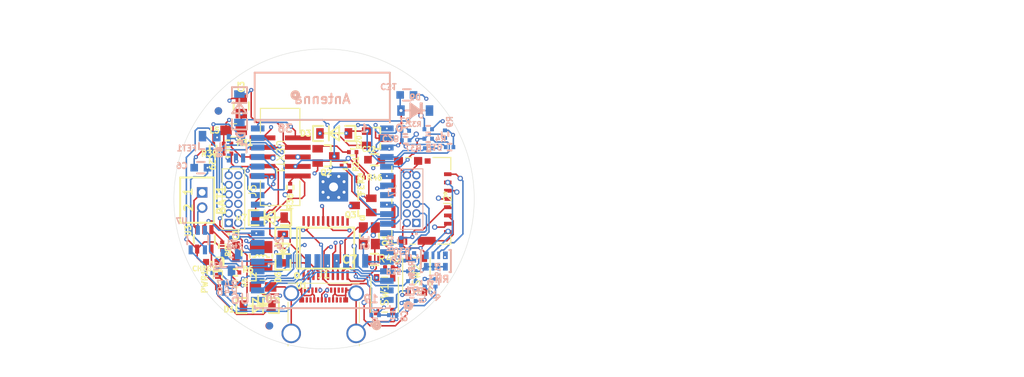
<source format=kicad_pcb>
(kicad_pcb (version 20221018) (generator pcbnew)
  (title_block (title "ESP32-PoE-ISO") (date "2022-07-28") (rev "K") (company "OLIMEX Ltd.") (comment 1 "https://www.olimex.com"))
  (layers (0 "F.Cu" signal) (1 "In1.Cu" power) (2 "In2.Cu" power) (3 "In3.Cu" signal) (4 "In4.Cu" signal) (31 "B.Cu" signal) (34 "B.Paste" user) (35 "F.Paste" user) (36 "B.SilkS" user "B.Silkscreen") (37 "F.SilkS" user "F.Silkscreen") (38 "B.Mask" user) (39 "F.Mask" user) (44 "Edge.Cuts" user))
  (net 0 "")
  (net 1 "+5V")
  (net 2 "GND")
  (net 3 "+3V3")
  (net 4 "/ESP_EN")
  (net 5 "Net-(J2-VDD)")
  (net 6 "/GPIO2{slash}HS2_DATA0")
  (net 7 "Net-(D4-K)")
  (net 8 "/+5V_USB")
  (net 9 "/D_Com")
  (net 10 "+5VP")
  (net 11 "/GPIO33")
  (net 12 "/GPIO32")
  (net 13 "/GPI39")
  (net 14 "+3.3VLAN")
  (net 15 "/GPIO0")
  (net 16 "/GPI35")
  (net 17 "/USB_D-")
  (net 18 "/USB_D+")
  (net 19 "Net-(J2-DAT2)")
  (net 20 "Net-(J2-CD{slash}DAT3)")
  (net 21 "Net-(J2-CLK)")
  (net 22 "Net-(J2-DAT0)")
  (net 23 "/GPIO15{slash}HS2_CMD")
  (net 24 "Net-(J2-DAT1)")
  (net 26 "/GPIO16{slash}I2C-SCL")
  (net 27 "/GPIO13{slash}I2C-SDA")
  (net 28 "/GPIO5{slash}SPI_CS")
  (net 29 "/GPIO14{slash}HS2_CLK")
  (net 30 "/GPIO4{slash}U1TXD")
  (net 33 "unconnected-(U6-NC-Pad22)")
  (net 34 "unconnected-(U6-NC-Pad21)")
  (net 35 "unconnected-(U6-NC-Pad20)")
  (net 36 "unconnected-(U6-NC-Pad19)")
  (net 37 "unconnected-(U6-NC-Pad18)")
  (net 38 "unconnected-(U6-NC-Pad17)")
  (net 65 "Net-(U7-LX)")
  (net 66 "Net-(U7-FB)")
  (net 67 "Net-(U3-VBAT)")
  (net 68 "Net-(U3-PROG)")
  (net 69 "Net-(U3-CHRGb)")
  (net 70 "Net-(U1-XO)")
  (net 71 "Net-(U1-XI)")
  (net 72 "Net-(U1-V3)")
  (net 73 "Net-(R47-Pad2)")
  (net 74 "Net-(R45-Pad1)")
  (net 75 "Net-(Q3-E)")
  (net 76 "Net-(Q3-C)")
  (net 77 "Net-(Q3-B)")
  (net 78 "Net-(Q2-E)")
  (net 79 "Net-(Q2-B)")
  (net 80 "Net-(PWR1-K)")
  (net 81 "Net-(D9-K)")
  (net 82 "Net-(D7-A)")
  (net 83 "Net-(D6-K)")
  (net 84 "Net-(D3-K)")
  (net 85 "Net-(CHRG1-K)")
  (net 86 "/GPIO3{slash}U0RXD")
  (net 87 "/GPIO27{slash}EMAC_RX_CRS_DV")
  (net 88 "/GPIO26{slash}EMAC_RXD1(RMII)")
  (net 89 "/GPIO25{slash}EMAC_RXD0(RMII)")
  (net 90 "/GPIO23{slash}MDC(RMII)")
  (net 91 "/GPIO22{slash}EMAC_TXD1(RMII)")
  (net 92 "/GPIO21{slash}EMAC_TX_EN(RMII)")
  (net 93 "/GPIO1{slash}U0TXD")
  (net 94 "/GPIO19{slash}EMAC_TXD0(RMII)")
  (net 95 "/GPIO18{slash}MDIO(RMII)")
  (net 96 "/GPIO17{slash}EMAC_CLK_OUT_180")
  (net 97 "/GPIO12{slash}PHY_PWR")
  (net 98 "/GPI36{slash}U1RXD")
  (net 99 "/GPI34{slash}BUT1")
  (footprint "OLIMEX_RLC-FP:L_0805_5MIL_DWS" (layer "F.Cu") (at 78.5876 134.874)
    (fp_text reference "L5")
    (fp_text value "FB0805/600R/2A")
  )
  (footprint "OLIMEX_Other-FP:Fiducial1x3" (layer "F.Cu") (at 76.5556 132.2832 -90)
    (fp_text reference "FID2" hide)
    (fp_text value "Fiducial" hide)
  )
  (footprint "OLIMEX_RLC-FP:R_0402_5MIL_DWS" (layer "F.Cu") (at 77.7748 137.9728)
    (fp_text reference "R39")
    (fp_text value "10k/R0402")
  )
  (footprint "OLIMEX_RLC-FP:C_0603_5MIL_DWS" (layer "F.Cu") (at 78.8924 151.0538 90)
    (fp_text reference "C1")
    (fp_text value "22uF/6.3V/20%/X5R/C0603")
  )
  (footprint "OLIMEX_IC-FP:SOT-23-5" (layer "F.Cu") (at 74.676 149.4028 90)
    (fp_text reference "U3")
    (fp_text value "BL4054B-42TPRN(SOT23-5)")
  )
  (footprint "OLIMEX_RLC-FP:R_0402_5MIL_DWS" (layer "F.Cu") (at 78.8416 153.8224 180)
    (fp_text reference "R6")
    (fp_text value "10k/R0402")
  )
  (footprint "OLIMEX_LEDs-FP:LED_0603_KA" (layer "F.Cu") (at 75.6793 152.4254 180)
    (fp_text reference "CHRG1")
    (fp_text value "LED/YELLOW/0603")
  )
  (footprint "OLIMEX_LEDs-FP:LED_0603_KA" (layer "F.Cu") (at 76.5048 155.0416 -90)
    (fp_text reference "PWR1")
    (fp_text value "LED/RED/0603")
  )
  (footprint "OLIMEX_RLC-FP:R_0402_5MIL_DWS" (layer "F.Cu") (at 78.8416 155.3464)
    (fp_text reference "R5")
    (fp_text value "2.2k/R0402")
  )
  (footprint "OLIMEX_Other-FP:Fiducial1x3" (layer "F.Cu") (at 83.312 160.9344 -90)
    (fp_text reference "FID1" hide)
    (fp_text value "Fiducial" hide)
  )
  (footprint "OLIMEX_RLC-FP:CD32" (layer "F.Cu") (at 82.2452 151.638 90)
    (fp_text reference "L2")
    (fp_text value "2.2uH/1.5A/DCR=72mR/20%/3.00x3.00x1.50mm/CD32(NR3015T2R2M)")
  )
  (footprint "OLIMEX_RLC-FP:C_0603_5MIL_DWS" (layer "F.Cu") (at 97.3582 138.7856)
    (fp_text reference "C22")
    (fp_text value "22uF/6.3V/20%/X5R/C0603")
  )
  (footprint "OLIMEX_RLC-FP:L_0805_5MIL_DWS" (layer "F.Cu") (at 82.4992 155.7528 180)
    (fp_text reference "L3")
    (fp_text value "FB0805/600R/2A")
  )
  (footprint "OLIMEX_RLC-FP:C_0603_5MIL_DWS" (layer "F.Cu") (at 97.3328 152.0952)
    (fp_text reference "C7")
    (fp_text value "22uF/6.3V/20%/X5R/C0603")
  )
  (footprint "OLIMEX_Transistors-FP:SOT23" (layer "F.Cu") (at 97.47504 135.92556 180)
    (fp_text reference "FET2")
    (fp_text value "WPM2015-3/TR")
  )
  (footprint "OLIMEX_RLC-FP:R_0402_5MIL_DWS" (layer "F.Cu") (at 94.4372 137.7696 180)
    (fp_text reference "R20")
    (fp_text value "1k/R0402")
  )
  (footprint "OLIMEX_RLC-FP:R_0402_5MIL_DWS" (layer "F.Cu") (at 93.472 139.5984 180)
    (fp_text reference "R21")
    (fp_text value "1k/R0402")
  )
  (footprint "OLIMEX_Transistors-FP:SOT23" (layer "F.Cu") (at 95.8088 144.8816)
    (fp_text reference "Q3")
    (fp_text value "BC817-40(SOT23)")
  )
  (footprint "OLIMEX_Transistors-FP:SOT23" (layer "F.Cu") (at 90.8812 138.2776 180)
    (fp_text reference "Q2")
    (fp_text value "BC817-40(SOT23)")
  )
  (footprint "OLIMEX_RLC-FP:R_0402_5MIL_DWS" (layer "F.Cu") (at 77.7748 136.652)
    (fp_text reference "R31")
    (fp_text value "2.2k/R0402")
  )
  (footprint "OLIMEX_RLC-FP:R_0402_5MIL_DWS" (layer "F.Cu") (at 86.106 142.494 90)
    (fp_text reference "R36")
    (fp_text value "10k/R0402")
  )
  (footprint "OLIMEX_RLC-FP:R_0402_5MIL_DWS" (layer "F.Cu") (at 95.4532 141.1732 180)
    (fp_text reference "R46")
    (fp_text value "220R/R0402")
  )
  (footprint "OLIMEX_IC-FP:SSOP-20W" (layer "F.Cu") (at 90.8304 150.5712)
    (fp_text reference "U1")
    (fp_text value "CH340T(SSOP20W)")
  )
  (footprint "OLIMEX_Crystal-FP:TSX-3.2x2.5mm_GND(3)" (layer "F.Cu") (at 96.6596 148.9328 -90)
    (fp_text reference "Q1")
    (fp_text value "Q12MHz/20pF/10ppm/4P/3.2x2.5mm")
  )
  (footprint "OLIMEX_Diodes-FP:SOD-123_1C-2A_KA" (layer "F.Cu") (at 85.1408 150.6424 90)
    (fp_text reference "D6")
    (fp_text value "1N5819S4/SOD123")
  )
  (footprint "OLIMEX_Diodes-FP:SOD-123_1C-2A_KA" (layer "F.Cu") (at 83.4136 146.5072)
    (fp_text reference "D7")
    (fp_text value "1N5819S4/SOD123")
  )
  (footprint "OLIMEX_Diodes-FP:SOD-123_1C-2A_KA" (layer "F.Cu") (at 91.9784 135.2804)
    (fp_text reference "D3")
    (fp_text value "1N5819S4/SOD123")
  )
  (footprint "OLIMEX_Diodes-FP:SOD-123_1C-2A_KA" (layer "F.Cu") (at 81.788 158.242 180)
    (fp_text reference "D1")
    (fp_text value "1N5819S4/SOD123")
  )
  (footprint "OLIMEX_RLC-FP:C_0805_5MIL_DWS" (layer "F.Cu") (at 79.6036 131.6228 90)
    (fp_text reference "C3")
    (fp_text value "47uF/6.3V/20%/X5R/C0805")
  )
  (footprint "3221-10-0300-00:CONN10_3221-10-0300-00_CNC" (layer "F.Cu") (at 84.778851 138.4173 -90)
    (fp_text reference "UEXT1")
    (fp_text value "P-B-V-10-LF")
  )
  (footprint "OLIMEX_RLC-FP:R_0402_5MIL_DWS" (layer "F.Cu") (at 77.0636 150.3172 90)
    (fp_text reference "R8")
    (fp_text value "2.2k/R0402")
  )
  (footprint "OLIMEX_RLC-FP:C_0402_5MIL_DWS" (layer "F.Cu") (at 75.8444 137.16 90)
    (fp_text reference "C29")
    (fp_text value "100nF/16V/10%/X7R/C0402")
  )
  (footprint "OLIMEX_Connectors-FP:LIPO_BAT_VERTICAL_DW02S" (layer "F.Cu") (at 70.85384 144.17675 -90)
    (fp_text reference "BAT1")
    (fp_text value "DW02S")
  )
  (footprint "PTS815:SW4_PTS815 SJM 250 SMTR LFS_CNK" (layer "F.Cu") (at 102.9208 154.178 90)
    (fp_text reference "SW2")
    (fp_text value "PTS815 SJM 250 SMTR LFS")
  )
  (footprint "Resistor_SMD:R_0402_1005Metric" (layer "F.Cu") (at 99.2632 153.162)
    (fp_text reference "R45")
    (fp_text value "220R/R0402")
  )
  (footprint "Connector_USB:USB_C_Receptacle_Molex_105450-0101-L" (layer "F.Cu") (at 90.5764 159.3944)
    (fp_text reference "J1")
    (fp_text value "USB_C_Receptacle")
  )
  (footprint "1051620001:105162-0001_MOL" (layer "F.Cu") (at 103.5812 144.272 90)
    (fp_text reference "J2")
    (fp_text value "1051620001")
  )
  (footprint "PTS815:SW4_PTS815 SJM 250 SMTR LFS_CNK" (layer "F.Cu") (at 98.696201 156.783601 90)
    (fp_text reference "SW1")
    (fp_text value "PTS815 SJM 250 SMTR LFS")
  )
  (footprint "20021311-00012T4LF:AMPHENOL_20021311-00012T4LF" (layer "F.Cu") (at 78.5622 144.0434 -90)
    (fp_text reference "J5")
    (fp_text value "20021311-00012T4LF")
  )
  (footprint "OLIMEX_RLC-FP:R_0402_5MIL_DWS" (layer "B.Cu") (at 104.5464 137.2616 180)
    (fp_text reference "R37")
    (fp_text value "10k/R0402")
  )
  (footprint "OLIMEX_RLC-FP:R_0402_5MIL_DWS" (layer "B.Cu") (at 100.8888 149.7076 90)
    (fp_text reference "R40")
    (fp_text value "10R/R0402")
  )
  (footprint "OLIMEX_Other-FP:Fiducial1x3" (layer "B.Cu") (at 83.3628 160.9344 -90)
    (fp_text reference "FID5" hide)
    (fp_text value "Fiducial" hide)
  )
  (footprint "OLIMEX_Other-FP:Fiducial1x3" (layer "B.Cu") (at 76.5556 132.2832 -90)
    (fp_text reference "FID4" hide)
    (fp_text value "Fiducial" hide)
  )
  (footprint "OLIMEX_RLC-FP:R_MATRIX_4" (layer "B.Cu") (at 105.5116 152.2984)
    (fp_text reference "RM3")
    (fp_text value "RA1206_(4X0603)_4B8_2.2k")
  )
  (footprint "OLIMEX_RLC-FP:R_0402_5MIL_DWS" (layer "B.Cu") (at 104.4956 134.7216 180)
    (fp_text reference "R32")
    (fp_text value "10k/R0402")
  )
  (footprint "OLIMEX_RLC-FP:R_0402_5MIL_DWS" (layer "B.Cu") (at 104.4956 135.9916 180)
    (fp_text reference "R4")
    (fp_text value "47k/R0402")
  )
  (footprint "OLIMEX_RLC-FP:R_0402_5MIL_DWS" (layer "B.Cu") (at 106.7308 135.382 90)
    (fp_text reference "R9")
    (fp_text value "100k/R0402")
  )
  (footprint "OLIMEX_Transistors-FP:SOT23" (layer "B.Cu") (at 75.3872 136.7536 90)
    (fp_text reference "FET1")
    (fp_text value "WPM2015-3/TR")
  )
  (footprint "OLIMEX_RLC-FP:R_0402_5MIL_DWS" (layer "B.Cu") (at 102.616 151.7396 -90)
    (fp_text reference "R30")
    (fp_text value "49.9k/1%/R0402")
  )
  (footprint "OLIMEX_RLC-FP:R_0402_5MIL_DWS" (layer "B.Cu") (at 102.3112 154.9908)
    (fp_text reference "R29")
    (fp_text value "220k/R0402")
  )
  (footprint "OLIMEX_RLC-FP:C_0603_5MIL_DWS" (layer "B.Cu") (at 74.2188 139.8524 180)
    (fp_text reference "C6")
    (fp_text value "22uF/6.3V/20%/X5R/C0603")
  )
  (footprint "OLIMEX_Regulators-FP:SOT-23-5" (layer "B.Cu") (at 73.8124 149.5044 90)
    (fp_text reference "U7")
    (fp_text value "SY8089AAAC(SOT23-5)")
  )
  (footprint "OLIMEX_RLC-FP:C_0402_5MIL_DWS" (layer "B.Cu") (at 101.2444 151.7396 -90)
    (fp_text reference "C5")
    (fp_text value "27pF/50V/5%/C0G/C0402")
  )
  (footprint "OLIMEX_RLC-FP:C_0402_5MIL_DWS" (layer "B.Cu") (at 97.4344 159.512)
    (fp_text reference "C4")
    (fp_text value "27pF/50V/5%/C0G/C0402")
  )
  (footprint "OLIMEX_RLC-FP:R_0402_5MIL_DWS" (layer "B.Cu") (at 107.3404 137.1092)
    (fp_text reference "R16")
    (fp_text value "470k/R0402")
  )
  (footprint "OLIMEX_RLC-FP:R_0402_5MIL_DWS" (layer "B.Cu") (at 101.4476 134.9248 180)
    (fp_text reference "R7")
    (fp_text value "470k/R0402")
  )
  (footprint "OLIMEX_RLC-FP:R_0402_5MIL_DWS" (layer "B.Cu") (at 102.3112 156.3116)
    (fp_text reference "R18")
    (fp_text value "10k/R0402")
  )
  (footprint "OLIMEX_RLC-FP:R_0402_5MIL_DWS" (layer "B.Cu") (at 102.3112 157.6324)
    (fp_text reference "R1")
    (fp_text value "10k/R0402")
  )
  (footprint "OLIMEX_Diodes-FP:SOT23-3" (layer "B.Cu") (at 78.298 152.484 90)
    (fp_text reference "D2")
    (fp_text value "BAT54C(SOT23-3)")
  )
  (footprint "OLIMEX_RLC-FP:R_0402_5MIL_DWS" (layer "B.Cu") (at 102.3112 153.67 180)
    (fp_text reference "R35")
    (fp_text value "2.2k/R0402")
  )
  (footprint "OLIMEX_Diodes-FP:SOD-123_1C-2A_KA" (layer "B.Cu") (at 79.3496 131.9276 -90)
    (fp_text reference "D4")
    (fp_text value "1N5819S4/SOD123")
  )
  (footprint "OLIMEX_RLC-FP:R_0402_5MIL_DWS" (layer "B.Cu") (at 105.4608 155.194 90)
    (fp_text reference "R19")
    (fp_text value "10k/R0402")
  )
  (footprint "OLIMEX_RLC-FP:R_0402_5MIL_DWS" (layer "B.Cu") (at 104.0384 155.194 90)
    (fp_text reference "R17")
    (fp_text value "NA/R0402")
  )
  (footprint "OLIMEX_Diodes-FP:SOD-123_1C-2A_KA" (layer "B.Cu") (at 102.7684 132.2324 180)
    (fp_text reference "D9")
    (fp_text value "1N5819S4/SOD123")
  )
  (footprint "OLIMEX_RLC-FP:C_0402_5MIL_DWS" (layer "B.Cu") (at 99.7712 159.512 180)
    (fp_text reference "C8")
    (fp_text value "100nF/16V/10%/X7R/C0402")
  )
  (footprint "Resistor_SMD:R_0402_1005Metric" (layer "B.Cu") (at 77.724 156.6164 180)
    (fp_text reference "R47")
    (fp_text value "10k/R0402")
  )
  (footprint "OLIMEX_RLC-FP:C_0402_5MIL_DWS" (layer "B.Cu") (at 101.4984 136.1948)
    (fp_text reference "C28")
    (fp_text value "1nF/50V/10%/X7R/C0402")
  )
  (footprint "OLIMEX_Cases-FP:ESP32-WROVER(WROOM)-UNIVERSAL_MODULE" (layer "B.Cu") (at 90.388 142.88 180)
    (fp_text reference "U6")
    (fp_text value "ESP32-WROVER-E")
  )
  (footprint "Resistor_SMD:R_0402_1005Metric" (layer "B.Cu") (at 77.724 155.194)
    (fp_text reference "R48")
    (fp_text value "NA/R0402")
  )
  (footprint "OLIMEX_IC-FP:SOT-23-5" (layer "B.Cu") (at 78.8924 137.2616 -90)
    (fp_text reference "U8")
    (fp_text value "SN74LVC1G04DBVR(SOT23-5)")
  )
  (footprint "OLIMEX_RLC-FP:R_0402_5MIL_DWS" (layer "B.Cu") (at 78.74 149.1996 180)
    (fp_text reference "R42")
    (fp_text value "10R/R0402")
  )
  (footprint "OLIMEX_RLC-FP:C_0603_5MIL_DWS" (layer "B.Cu") (at 101.6508 130.1496)
    (fp_text reference "C31")
    (fp_text value "1uF/10V/20%/X5R/C0603")
  )
  (footprint "OLIMEX_RLC-FP:R_0402_5MIL_DWS" (layer "B.Cu") (at 76.2508 153.8732 180)
    (fp_text reference "R24")
    (fp_text value "220R/R0402")
  )
  (footprint "20021311-00012T4LF:AMPHENOL_20021311-00012T4LF" (layer "B.Cu") (at 102.2858 144.0434 -90)
    (fp_text reference "J7")
    (fp_text value "20021311-00012T4LF")
  )
  (gr_circle (center 90.6272 144.018) (end 110.6272 144.018) (stroke (width 0.05)) (fill none) (layer "Edge.Cuts"))
  (segment (start 72.426 149.4028) (end 73.726 150.7028) (width 0.2032) (layer "F.Cu") (net 1))
  (segment (start 74.295 152.4254) (end 73.726 151.8564) (width 0.2032) (layer "F.Cu") (net 1))
  (segment (start 76.5048 156.9212) (end 76.5048 155.8036) (width 0.2032) (layer "F.Cu") (net 1))
  (segment (start 82.5196 159.4104) (end 78.994 159.4104) (width 0.2032) (layer "F.Cu") (net 1))
  (segment (start 77.5084 150.2878) (end 78.8924 151.6718) (width 0.2032) (layer "F.Cu") (net 1))
  (segment (start 72.2884 149.4028) (end 72.426 149.4028) (width 0.2032) (layer "F.Cu") (net 1))
  (segment (start 74.9173 152.4254) (end 74.295 152.4254) (width 0.2032) (layer "F.Cu") (net 1))
  (segment (start 96.3676 134.9756) (end 94.1832 134.9756) (width 0.2032) (layer "F.Cu") (net 1))
  (segment (start 94.1832 134.9756) (end 93.8784 135.2804) (width 0.2032) (layer "F.Cu") (net 1))
  (segment (start 74.9173 152.4254) (end 74.9173 154.2161) (width 0.2032) (layer "F.Cu") (net 1))
  (segment (start 73.726 151.8564) (end 73.726 150.7028) (width 0.2032) (layer "F.Cu") (net 1))
  (segment (start 76.6278 150.2878) (end 77.5084 150.2878) (width 0.2032) (layer "F.Cu") (net 1))
  (segment (start 74.9173 154.2161) (end 76.5048 155.8036) (width 0.2032) (layer "F.Cu") (net 1))
  (segment (start 76.0984 149.7584) (end 74.6704 149.7584) (width 0.2032) (layer "F.Cu") (net 1))
  (segment (start 78.8924 151.6718) (end 78.8924 151.9428) (width 0.2032) (layer "F.Cu") (net 1))
  (segment (start 74.6704 149.7584) (end 73.726 150.7028) (width 0.2032) (layer "F.Cu") (net 1))
  (segment (start 93.5924 135.2804) (end 93.5736 135.2616) (width 0.2032) (layer "F.Cu") (net 1))
  (segment (start 76.0984 149.7584) (end 76.6278 150.2878) (width 0.2032) (layer "F.Cu") (net 1))
  (segment (start 83.688 158.242) (end 82.5196 159.4104) (width 0.2032) (layer "F.Cu") (net 1))
  (segment (start 93.8784 135.2804) (end 93.5924 135.2804) (width 0.2032) (layer "F.Cu") (net 1))
  (segment (start 78.994 159.4104) (end 76.5048 156.9212) (width 0.2032) (layer "F.Cu") (net 1))
  (via (at 93.5736 135.2616) (size 0.55) (drill 0.25) (layers "F.Cu" "B.Cu") (net 1))
  (via (at 76.3844 135.8204) (size 0.55) (drill 0.25) (layers "F.Cu" "B.Cu") (net 1))
  (via (at 72.2884 149.4028) (size 0.55) (drill 0.25) (layers "F.Cu" "B.Cu") (net 1))
  (via (at 96.3676 134.9756) (size 0.55) (drill 0.25) (layers "F.Cu" "B.Cu") (net 1))
  (segment (start 107.311 137.6128) (end 107.0272 137.8966) (width 0.2032) (layer "B.Cu") (net 1))
  (segment (start 107.311 136.6818) (end 107.311 137.6128) (width 0.2032) (layer "B.Cu") (net 1))
  (segment (start 101.310164 137.8966) (end 100.446564 138.7602) (width 0.2032) (layer "B.Cu") (net 1))
  (segment (start 72.2884 138.4808) (end 73.4568 137.3124) (width 0.2032) (layer "B.Cu") (net 1))
  (segment (start 100.0404 139.0586) (end 97.9356 139.0586) (width 0.2032) (layer "B.Cu") (net 1))
  (segment (start 75.26274 134.5692) (end 76.3397 135.64616) (width 0.2032) (layer "B.Cu") (net 1))
  (segment (start 107.0272 137.8966) (end 101.310164 137.8966) (width 0.2032) (layer "B.Cu") (net 1))
  (segment (start 73.4568 137.3124) (end 73.4568 134.9248) (width 0.2032) (layer "B.Cu") (net 1))
  (segment (start 72.2884 149.4028) (end 72.2884 138.4808) (width 0.2032) (layer "B.Cu") (net 1))
  (segment (start 96.3676 137.4906) (end 96.3676 134.9756) (width 0.2032) (layer "B.Cu") (net 1))
  (segment (start 105.0036 135.9916) (end 105.4398 136.4278) (width 0.2032) (layer "B.Cu") (net 1))
  (segment (start 73.8124 134.5692) (end 75.26274 134.5692) (width 0.2032) (layer "B.Cu") (net 1))
  (segment (start 105.4398 136.4278) (end 107.057 136.4278) (width 0.2032) (layer "B.Cu") (net 1))
  (segment (start 97.9356 139.0586) (end 96.3676 137.4906) (width 0.2032) (layer "B.Cu") (net 1))
  (segment (start 76.3844 135.8204) (end 76.3844 135.69086) (width 0.2032) (layer "B.Cu") (net 1))
  (segment (start 107.057 136.4278) (end 107.311 136.6818) (width 0.2032) (layer "B.Cu") (net 1))
  (segment (start 100.446564 138.7602) (end 100.3388 138.7602) (width 0.2032) (layer "B.Cu") (net 1))
  (segment (start 76.3844 135.69086) (end 76.3397 135.64616) (width 0.2032) (layer "B.Cu") (net 1))
  (segment (start 73.4568 134.9248) (end 73.8124 134.5692) (width 0.2032) (layer "B.Cu") (net 1))
  (segment (start 100.3388 138.7602) (end 100.0404 139.0586) (width 0.2032) (layer "B.Cu") (net 1))
  (segment (start 74.676 147.5281) (end 74.676 148.1028) (width 0.2032) (layer "F.Cu") (net 2))
  (segment (start 79.6036 130.6068) (end 78.3336 130.6068) (width 0.2032) (layer "F.Cu") (net 2))
  (segment (start 75.2397 146.9644) (end 75.682226 146.9644) (width 0.2032) (layer "F.Cu") (net 2))
  (segment (start 92.8023 152.488598) (end 92.8023 151.162657) (width 0.2032) (layer "F.Cu") (net 2))
  (segment (start 75.682226 146.9644) (end 77.434826 148.717) (width 0.2032) (layer "F.Cu") (net 2))
  (segment (start 82.4484 156.718) (end 83.0072 156.718) (width 0.2032) (layer "F.Cu") (net 2))
  (segment (start 103.995799 151.087399) (end 103.4796 150.5712) (width 0.2032) (layer "F.Cu") (net 2))
  (segment (start 100.5389 138.946999) (end 100.5389 139.7565) (width 0.2) (layer "F.Cu") (net 2))
  (segment (start 84.560062 156.718) (end 84.767299 156.925237) (width 0.2032) (layer "F.Cu") (net 2))
  (segment (start 101.6508 140.5128) (end 101.6508 140.8684) (width 0.2032) (layer "F.Cu") (net 2))
  (segment (start 74.3204 137.668) (end 73.5584 138.43) (width 0.2032) (layer "F.Cu") (net 2))
  (segment (start 100.6348 152.8848) (end 99.8452 152.0952) (width 0.2032) (layer "F.Cu") (net 2))
  (segment (start 98.252199 138.790599) (end 98.2472 138.7856) (width 0.2032) (layer "F.Cu") (net 2))
  (segment (start 86.798849 134.958849) (end 86.798849 135.8773) (width 0.2032) (layer "F.Cu") (net 2))
  (segment (start 92.4554 154.1907) (end 92.4554 152.835498) (width 0.2032) (layer "F.Cu") (net 2))
  (segment (start 99.7732 153.162) (end 100.3576 153.162) (width 0.2) (layer "F.Cu") (net 2))
  (segment (start 77.434826 148.717) (end 77.4446 148.717) (width 0.2032) (layer "F.Cu") (net 2))
  (segment (start 75.2397 146.9644) (end 74.676 147.5281) (width 0.2032) (layer "F.Cu") (net 2))
  (segment (start 104.293901 149.756899) (end 103.4796 150.5712) (width 0.2) (layer "F.Cu") (net 2))
  (segment (start 107.821199 148.769601) (end 106.993799 149.597001) (width 0.2) (layer "F.Cu") (net 2))
  (segment (start 100.5389 139.7565) (end 101.6508 140.8684) (width 0.2) (layer "F.Cu") (net 2))
  (segment (start 78.3336 130.6068) (end 78.0288 130.9116) (width 0.2032) (layer "F.Cu") (net 2))
  (segment (start 92.792838 149.917596) (end 92.900934 149.8095) (width 0.2032) (layer "F.Cu") (net 2))
  (segment (start 98.2472 138.7856) (end 97.1804 139.8524) (width 0.2032) (layer "F.Cu") (net 2))
  (segment (start 97.4596 147.8328) (end 97.4596 148.4328) (width 0.2032) (layer "F.Cu") (net 2))
  (segment (start 107.098899 146.222001) (end 107.821199 146.944301) (width 0.2) (layer "F.Cu") (net 2))
  (segment (start 92.8023 151.162657) (end 92.792838 151.153194) (width 0.2032) (layer "F.Cu") (net 2))
  (segment (start 99.8452 152.0952) (end 98.2218 152.0952) (width 0.2032) (layer "F.Cu") (net 2))
  (segment (start 97.4596 147.8328) (end 97.4596 148.577098) (width 0.2032) (layer "F.Cu") (net 2))
  (segment (start 92.792838 151.153194) (end 92.792838 149.917596) (width 0.2032) (layer "F.Cu") (net 2))
  (segment (start 101.4476 150.5712) (end 101.096402 150.220002) (width 0.2032) (layer "F.Cu") (net 2))
  (segment (start 103.4796 150.5712) (end 101.4476 150.5712) (width 0.2032) (layer "F.Cu") (net 2))
  (segment (start 103.995799 151.927999) (end 103.995799 151.087399) (width 0.2032) (layer "F.Cu") (net 2))
  (segment (start 92.4554 154.1907) (end 92.4554 153.740176) (width 0.2032) (layer "F.Cu") (net 2))
  (segment (start 75.8444 137.668) (end 74.3204 137.668) (width 0.2032) (layer "F.Cu") (net 2))
  (segment (start 101.108901 147.760299) (end 101.6508 147.2184) (width 0.2) (layer "F.Cu") (net 2))
  (segment (start 78.3336 153.8224) (end 78.3336 154.3304) (width 0.2032) (layer "F.Cu") (net 2))
  (segment (start 101.096402 150.220002) (end 101.096402 149.440565) (width 0.2032) (layer "F.Cu") (net 2))
  (segment (start 83.0072 156.718) (end 84.560062 156.718) (width 0.2032) (layer "F.Cu") (net 2))
  (segment (start 86.2076 134.3676) (end 86.798849 134.958849) (width 0.2032) (layer "F.Cu") (net 2))
  (segment (start 100.3576 153.162) (end 100.6348 152.8848) (width 0.2) (layer "F.Cu") (net 2))
  (segment (start 104.293901 149.597001) (end 104.293901 149.756899) (width 0.2) (layer "F.Cu") (net 2))
  (segment (start 92.4554 152.835498) (end 92.8023 152.488598) (width 0.2032) (layer "F.Cu") (net 2))
  (segment (start 79.7748 155.5496) (end 79.5528 155.5496) (width 0.2032) (layer "F.Cu") (net 2))
  (segment (start 97.1804 139.8524) (end 97.1804 139.9032) (width 0.2032) (layer "F.Cu") (net 2))
  (segment (start 103.1489 139.3703) (end 101.6508 140.8684) (width 0.2) (layer "F.Cu") (net 2))
  (segment (start 103.1489 138.946999) (end 103.1489 139.3703) (width 0.2) (layer "F.Cu") (net 2))
  (segment (start 77.4446 148.717) (end 78.8924 150.1648) (width 0.2032) (layer "F.Cu") (net 2))
  (segment (start 106.993799 149.597001) (end 104.293901 149.597001) (width 0.2) (layer "F.Cu") (net 2))
  (segment (start 101.108901 149.596965) (end 101.108901 147.760299) (width 0.2) (layer "F.Cu") (net 2))
  (segment (start 81.4832 155.7528) (end 82.4484 156.718) (width 0.2032) (layer "F.Cu") (net 2))
  (segment (start 78.3336 154.3304) (end 79.3496 155.3464) (width 0.2032) (layer "F.Cu") (net 2))
  (segment (start 97.4596 148.577098) (end 97.1804 148.856298) (width 0.2032) (layer "F.Cu") (net 2))
  (segment (start 107.821199 146.944301) (end 107.821199 148.769601) (width 0.2) (layer "F.Cu") (net 2))
  (segment (start 79.5528 155.5496) (end 79.3496 155.3464) (width 0.2032) (layer "F.Cu") (net 2))
  (via (at 98.6028 158.496) (size 0.55) (drill 0.25) (layers "F.Cu" "B.Cu") (net 2))
  (via (at 104.2416 130.6576) (size 0.55) (drill 0.25) (layers "F.Cu" "B.Cu") (net 2))
  (via (at 86.2076 134.3676) (size 0.55) (drill 0.25) (layers "F.Cu" "B.Cu") (net 2))
  (via (at 97.1804 139.9032) (size 0.55) (drill 0.25) (layers "F.Cu" "B.Cu") (net 2))
  (via (at 79.7748 155.5496) (size 0.55) (drill 0.25) (layers "F.Cu" "B.Cu") (net 2))
  (via (at 92.9132 149.8092) (size 0.55) (drill 0.25) (layers "F.Cu" "B.Cu") (net 2))
  (via (at 97.1804 148.856298) (size 0.7) (drill 0.4) (layers "F.Cu" "B.Cu") (net 2))
  (via (at 100.6348 152.8848) (size 0.55) (drill 0.25) (layers "F.Cu" "B.Cu") (net 2))
  (via (at 102.903979 135.378187) (size 0.7) (drill 0.4) (layers "F.Cu" "B.Cu") (net 2))
  (via (at 98.988 134.62) (size 0.55) (drill 0.25) (layers "F.Cu" "B.Cu") (net 2))
  (via (at 103.4796 150.5712) (size 0.55) (drill 0.25) (layers "F.Cu" "B.Cu") (net 2))
  (via (at 75.2397 146.9644) (size 0.55) (drill 0.25) (layers "F.Cu" "B.Cu") (net 2))
  (via (at 103.9876 157.48) (size 0.55) (drill 0.25) (layers "F.Cu" "B.Cu") (net 2))
  (via (at 95.8596 150.0328) (size 0.55) (drill 0.25) (layers "F.Cu" "B.Cu") (net 2))
  (via (at 73.5584 138.43) (size 0.55) (drill 0.25) (layers "F.Cu" "B.Cu") (net 2))
  (via (at 84.767299 156.925237) (size 0.55) (drill 0.25) (layers "F.Cu" "B.Cu") (net 2))
  (via (at 77.7797 138.5616) (size 0.55) (drill 0.25) (layers "F.Cu" "B.Cu") (net 2))
  (via (at 78.0288 130.9116) (size 0.55) (drill 0.25) (layers "F.Cu" "B.Cu") (net 2))
  (via (at 107.7976 135.4836) (size 0.55) (drill 0.25) (layers "F.Cu" "B.Cu") (net 2))
  (segment (start 73.8124 145.75717) (end 74.39206 145.17751) (width 0.2032) (layer "B.Cu") (net 2))
  (segment (start 73.3298 139.8524) (end 73.3298 138.6586) (width 0.2032) (layer "B.Cu") (net 2))
  (segment (start 95.8596 150.0328) (end 95.8596 151.5366) (width 0.2032) (layer "B.Cu") (net 2))
  (segment (start 102.5398 130.1496) (end 103.7336 130.1496) (width 0.2032) (layer "B.Cu") (net 2))
  (segment (start 101.9556 150.9184) (end 102.3028 150.5712) (width 0.2032) (layer "B.Cu") (net 2))
  (segment (start 103.8352 157.6324) (end 103.9876 157.48) (width 0.2032) (layer "B.Cu") (net 2))
  (segment (start 101.092 152.4) (end 101.2444 152.2476) (width 0.2032) (layer "B.Cu") (net 2))
  (segment (start 86.2076 134.3676) (end 85.6472 133.8072) (width 0.2032) (layer "B.Cu") (net 2))
  (segment (start 101.9556 150.9184) (end 101.9556 151.5872) (width 0.2032) (layer "B.Cu") (net 2))
  (segment (start 97.9424 159.1564) (end 98.6028 158.496) (width 0.2032) (layer "B.Cu") (net 2))
  (segment (start 101.2444 152.2476) (end 102.616 152.2476) (width 0.2032) (layer "B.Cu") (net 2))
  (segment (start 106.7308 134.874) (end 107.188 134.874) (width 0.2032) (layer "B.Cu") (net 2))
  (segment (start 102.8192 157.6324) (end 103.8352 157.6324) (width 0.2032) (layer "B.Cu") (net 2))
  (segment (start 102.0064 136.1948) (end 102.087366 136.1948) (width 0.2) (layer "B.Cu") (net 2))
  (segment (start 103.7336 130.1496) (end 104.2416 130.6576) (width 0.2032) (layer "B.Cu") (net 2))
  (segment (start 73.3298 138.6586) (end 73.5584 138.43) (width 0.2032) (layer "B.Cu") (net 2))
  (segment (start 107.188 134.874) (end 107.7976 135.4836) (width 0.2032) (layer "B.Cu") (net 2))
  (segment (start 101.9556 151.5872) (end 102.616 152.2476) (width 0.2032) (layer "B.Cu") (net 2))
  (segment (start 98.988 152.4) (end 101.092 152.4) (width 0.2032) (layer "B.Cu") (net 2))
  (segment (start 96.103 151.78) (end 96.103 152.28) (width 0.2032) (layer "B.Cu") (net 2))
  (segment (start 107.8484 135.5344) (end 107.7976 135.4836) (width 0.2032) (layer "B.Cu") (net 2))
  (segment (start 97.9424 159.512) (end 97.9424 159.1564) (width 0.2032) (layer "B.Cu") (net 2))
  (segment (start 95.8596 151.5366) (end 96.103 151.78) (width 0.2032) (layer "B.Cu") (net 2))
  (segment (start 107.8484 137.1092) (end 107.8484 135.5344) (width 0.2032) (layer "B.Cu") (net 2))
  (segment (start 102.087366 136.1948) (end 102.903979 135.378187) (width 0.2) (layer "B.Cu") (net 2))
  (segment (start 96.223 152.4) (end 96.103 152.28) (width 0.2032) (layer "B.Cu") (net 2))
  (segment (start 98.988 152.4) (end 96.223 152.4) (width 0.2032) (layer "B.Cu") (net 2))
  (segment (start 77.7797 138.5616) (end 77.9424 138.5616) (width 0.2032) (layer "B.Cu") (net 2))
  (segment (start 85.6472 133.8072) (end 82.0928 133.8072) (width 0.2032) (layer "B.Cu") (net 2))
  (segment (start 99.2632 159.512) (end 97.9424 159.512) (width 0.2032) (layer "B.Cu") (net 2))
  (segment (start 99.1487 134.4593) (end 98.988 134.62) (width 0.2032) (layer "B.Cu") (net 2))
  (segment (start 102.3028 150.5712) (end 103.4796 150.5712) (width 0.2032) (layer "B.Cu") (net 2))
  (segment (start 81.788 134.112) (end 81.788 134.62) (width 0.2032) (layer "B.Cu") (net 2))
  (segment (start 73.8124 148.2044) (end 73.8124 145.75717) (width 0.2032) (layer "B.Cu") (net 2))
  (segment (start 82.0928 133.8072) (end 81.788 134.112) (width 0.2032) (layer "B.Cu") (net 2))
  (segment (start 79.3496 148.6408) (end 77.9272 147.2184) (width 0.2032) (layer "F.Cu") (net 3))
  (segment (start 77.984024 133.483076) (end 77.5716 133.8955) (width 0.2032) (layer "F.Cu") (net 3))
  (segment (start 77.2668 135.1788) (end 77.5716 134.874) (width 0.2032) (layer "F.Cu") (net 3))
  (segment (start 83.566 134.4471) (end 83.566 134.740302) (width 0.2032) (layer "F.Cu") (net 3))
  (segment (start 97.5868 137.668) (end 97.5868 137.4648) (width 0.2032) (layer "F.Cu") (net 3))
  (segment (start 83.566 134.740302) (end 82.429002 135.8773) (width 0.2032) (layer "F.Cu") (net 3))
  (segment (start 82.2452 150.438) (end 80.448 148.6408) (width 0.2032) (layer "F.Cu") (net 3))
  (segment (start 80.448 148.6408) (end 79.3496 148.6408) (width 0.2032) (layer "F.Cu") (net 3))
  (segment (start 85.9028 143.002) (end 86.106 143.002) (width 0.2) (layer "F.Cu") (net 3))
  (segment (start 77.216 135.2296) (end 77.5716 134.874) (width 0.2032) (layer "F.Cu") (net 3))
  (segment (start 77.2668 136.652) (end 77.2668 135.1788) (width 0.2032) (layer "F.Cu") (net 3))
  (segment (start 96.4692 138.7856) (end 97.5868 137.668) (width 0.2032) (layer "F.Cu") (net 3))
  (segment (start 77.2668 137.9728) (end 77.2668 136.652) (width 0.2032) (layer "F.Cu") (net 3))
  (segment (start 85.4456 143.4592) (end 85.9028 143.002) (width 0.2) (layer "F.Cu") (net 3))
  (segment (start 77.5716 133.8955) (end 77.5716 134.874) (width 0.2032) (layer "F.Cu") (net 3))
  (via (at 105.9688 137.2616) (size 0.55) (drill 0.25) (layers "F.Cu" "B.Cu") (net 3))
  (via (at 77.984024 133.483076) (size 0.55) (drill 0.25) (layers "F.Cu" "B.Cu") (net 3))
  (via (at 104.827901 156.5148) (size 0.55) (drill 0.25) (layers "F.Cu" "B.Cu") (net 3))
  (via (at 106.426 133.6548) (size 0.55) (drill 0.25) (layers "F.Cu" "B.Cu") (net 3))
  (via (at 79.5528 156.8196) (size 0.55) (drill 0.25) (layers "F.Cu" "B.Cu") (net 3))
  (via (at 97.5868 137.4648) (size 0.55) (drill 0.25) (layers "F.Cu" "B.Cu") (net 3))
  (via (at 103.632 153.5176) (size 0.55) (drill 0.25) (layers "F.Cu" "B.Cu") (net 3))
  (via (at 85.4456 143.4592) (size 0.7) (drill 0.4) (layers "F.Cu" "B.Cu") (net 3))
  (via (at 83.566 134.4471) (size 0.55) (drill 0.25) (layers "F.Cu" "B.Cu") (net 3))
  (segment (start 104.0384 155.725299) (end 104.0384 155.702) (width 0.2032) (layer "B.Cu") (net 3))
  (segment (start 104.2416 153.0604) (end 105.1306 153.0604) (width 0.2032) (layer "B.Cu") (net 3))
  (segment (start 106.7816 153.0604) (end 105.8926 153.0604) (width 0.2032) (layer "B.Cu") (net 3))
  (segment (start 79.3496 156.6164) (end 79.5528 156.8196) (width 0.2032) (layer "B.Cu") (net 3))
  (segment (start 105.8926 153.0604) (end 105.1306 153.0604) (width 0.2032) (layer "B.Cu") (net 3))
  (segment (start 103.632 153.5176) (end 103.4796 153.67) (width 0.2032) (layer "B.Cu") (net 3))
  (segment (start 104.0892 153.0604) (end 104.2416 153.0604) (width 0.2032) (layer "B.Cu") (net 3))
  (segment (start 105.9688 137.2616) (end 105.0544 137.2616) (width 0.2032) (layer "B.Cu") (net 3))
  (segment (start 78.232 156.6164) (end 79.3496 156.6164) (width 0.2032) (layer "B.Cu") (net 3))
  (segment (start 104.827901 156.5148) (end 104.0384 155.725299) (width 0.2032) (layer "B.Cu") (net 3))
  (segment (start 103.632 153.5176) (end 104.0892 153.0604) (width 0.2032) (layer "B.Cu") (net 3))
  (segment (start 98.488 135.89) (end 97.5868 136.7912) (width 0.2032) (layer "B.Cu") (net 3))
  (segment (start 106.0704 133.6548) (end 106.426 133.6548) (width 0.2032) (layer "B.Cu") (net 3))
  (segment (start 98.988 135.89) (end 98.488 135.89) (width 0.2032) (layer "B.Cu") (net 3))
  (segment (start 102.8192 154.9908) (end 103.3272 154.9908) (width 0.2032) (layer "B.Cu") (net 3))
  (segment (start 97.5868 136.7912) (end 97.5868 137.4648) (width 0.2032) (layer "B.Cu") (net 3))
  (segment (start 103.3272 154.9908) (end 104.0384 155.702) (width 0.2032) (layer "B.Cu") (net 3))
  (segment (start 103.4796 153.67) (end 102.8192 153.67) (width 0.2032) (layer "B.Cu") (net 3))
  (segment (start 105.0036 134.7216) (end 106.0704 133.6548) (width 0.2032) (layer "B.Cu") (net 3))
  (segment (start 102.8192 153.67) (end 102.8192 154.9908) (width 0.2032) (layer "B.Cu") (net 3))
  (segment (start 100.489115 136.874658) (end 100.904581 136.459192) (width 0.2032) (layer "F.Cu") (net 4))
  (segment (start 102.87 132.2324) (end 100.8684 132.2324) (width 0.2032) (layer "F.Cu") (net 4))
  (segment (start 101.0412 156.8196) (end 101.454202 156.8196) (width 0.2032) (layer "F.Cu") (net 4))
  (segment (start 100.904581 136.459192) (end 100.904581 132.268581) (width 0.2032) (layer "F.Cu") (net 4))
  (segment (start 103.5304 132.8928) (end 102.87 132.2324) (width 0.2032) (layer "F.Cu") (net 4))
  (segment (start 101.454202 156.8196) (end 101.845801 156.428001) (width 0.2032) (layer "F.Cu") (net 4))
  (segment (start 100.904581 132.268581) (end 100.8684 132.2324) (width 0.2032) (layer "F.Cu") (net 4))
  (via (at 103.5304 132.8928) (size 0.7) (drill 0.4) (layers "F.Cu" "B.Cu") (net 4))
  (via (at 100.8684 132.2324) (size 0.7) (drill 0.4) (layers "F.Cu" "B.Cu") (net 4))
  (via (at 99.314 137.3124) (size 0.55) (drill 0.25) (layers "F.Cu" "B.Cu") (net 4))
  (via (at 100.489115 136.874658) (size 0.55) (drill 0.25) (layers "F.Cu" "B.Cu") (net 4))
  (via (at 101.0412 156.8196) (size 0.55) (drill 0.25) (layers "F.Cu" "B.Cu") (net 4))
  (segment (start 100.489115 136.874658) (end 99.273342 136.874658) (width 0.2032) (layer "B.Cu") (net 4))
  (segment (start 103.9876 134.7216) (end 103.9876 133.35) (width 0.2032) (layer "B.Cu") (net 4))
  (segment (start 98.988 137.16) (end 99.1616 137.16) (width 0.2032) (layer "B.Cu") (net 4))
  (segment (start 103.9876 133.35) (end 103.5304 132.8928) (width 0.2032) (layer "B.Cu") (net 4))
  (segment (start 99.1616 137.16) (end 99.314 137.3124) (width 0.2032) (layer "B.Cu") (net 4))
  (segment (start 99.273342 136.874658) (end 98.988 137.16) (width 0.2032) (layer "B.Cu") (net 4))
  (segment (start 100.7618 130.1496) (end 100.7618 132.1258) (width 0.2) (layer "B.Cu") (net 4))
  (segment (start 100.7618 132.1258) (end 100.8684 132.2324) (width 0.2) (layer "B.Cu") (net 4))
  (segment (start 107.098899 144.022) (end 105.9728 144.022) (width 0.2) (layer "F.Cu") (net 5))
  (segment (start 105.9728 144.022) (end 105.8672 143.9164) (width 0.2) (layer "F.Cu") (net 5))
  (segment (start 79.6036 132.6388) (end 79.6036 134.874) (width 0.2032) (layer "F.Cu") (net 5))
  (via (at 79.6036 132.6388) (size 0.55) (drill 0.25) (layers "F.Cu" "B.Cu") (net 5))
  (via (at 105.8672 143.9164) (size 0.7) (drill 0.4) (layers "F.Cu" "B.Cu") (net 5))
  (segment (start 93.998005 138.610179) (end 93.850621 138.610179) (width 0.2032) (layer "F.Cu") (net 6))
  (segment (start 95.9612 140.573374) (end 95.9612 141.1732) (width 0.2032) (layer "F.Cu") (net 6))
  (segment (start 86.798849 139.6873) (end 87.852949 139.6873) (width 0.2032) (layer "F.Cu") (net 6))
  (segment (start 95.9612 140.573374) (end 93.998005 138.610179) (width 0.2032) (layer "F.Cu") (net 6))
  (via (at 106.7308 151.7716) (size 0.55) (drill 0.25) (layers "F.Cu" "B.Cu") (net 6))
  (via (at 84.2264 151.13) (size 0.55) (drill 0.25) (layers "F.Cu" "B.Cu") (net 6))
  (via (at 86.798849 139.6873) (size 0.55) (drill 0.25) (layers "F.Cu" "B.Cu") (net 6))
  (via (at 93.850621 138.610179) (size 0.7) (drill 0.4) (layers "F.Cu" "B.Cu") (net 6))
  (segment (start 81.7006 152.3126) (end 81.788 152.4) (width 0.2032) (layer "B.Cu") (net 6))
  (segment (start 106.7816 151.5364) (end 106.7816 151.7208) (width 0.2032) (layer "B.Cu") (net 6))
  (segment (start 77.348 151.384) (end 78.2766 152.3126) (width 0.2032) (layer "B.Cu") (net 6))
  (segment (start 84.673 152.28) (end 84.673 151.5766) (width 0.2032) (layer "B.Cu") (net 6))
  (segment (start 93.850621 138.610179) (end 93.5968 138.864) (width 0.2032) (layer "B.Cu") (net 6))
  (segment (start 93.5968 138.864) (end 87.622149 138.864) (width 0.2032) (layer "B.Cu") (net 6))
  (segment (start 106.7816 151.7208) (end 106.7308 151.7716) (width 0.2032) (layer "B.Cu") (net 6))
  (segment (start 84.673 151.5766) (end 84.2264 151.13) (width 0.2032) (layer "B.Cu") (net 6))
  (segment (start 84.553 152.4) (end 84.673 152.28) (width 0.2032) (layer "B.Cu") (net 6))
  (segment (start 87.622149 138.864) (end 86.798849 139.6873) (width 0.2032) (layer "B.Cu") (net 6))
  (segment (start 78.2766 152.3126) (end 81.7006 152.3126) (width 0.2032) (layer "B.Cu") (net 6))
  (segment (start 81.788 152.4) (end 84.553 152.4) (width 0.2032) (layer "B.Cu") (net 6))
  (segment (start 85.897149 137.1473) (end 86.798849 137.1473) (width 0.2032) (layer "F.Cu") (net 7))
  (segment (start 80.9244 133.096) (end 81.6356 133.8072) (width 0.2032) (layer "F.Cu") (net 7))
  (segment (start 85.185949 136.4361) (end 85.897149 137.1473) (width 0.2032) (layer "F.Cu") (net 7))
  (segment (start 85.185949 134.677053) (end 85.185949 136.4361) (width 0.2032) (layer "F.Cu") (net 7))
  (segment (start 80.9244 129.4892) (end 80.9244 133.096) (width 0.2032) (layer "F.Cu") (net 7))
  (segment (start 84.316096 133.8072) (end 85.185949 134.677053) (width 0.2032) (layer "F.Cu") (net 7))
  (segment (start 81.6356 133.8072) (end 84.316096 133.8072) (width 0.2032) (layer "F.Cu") (net 7))
  (via (at 80.9244 129.4892) (size 0.55) (drill 0.25) (layers "F.Cu" "B.Cu") (net 7))
  (segment (start 80.9244 129.4892) (end 80.386 130.0276) (width 0.2032) (layer "B.Cu") (net 7))
  (segment (start 80.386 130.0276) (end 79.3496 130.0276) (width 0.2032) (layer "B.Cu") (net 7))
  (segment (start 92.0764 156.1794) (end 92.0764 156.6564) (width 0.2032) (layer "F.Cu") (net 8))
  (segment (start 90.2208 150.114) (end 88.2904 148.1836) (width 0.2032) (layer "F.Cu") (net 8))
  (segment (start 85.4198 155.7528) (end 86.2564 156.5894) (width 0.2032) (layer "F.Cu") (net 8))
  (segment (start 92.0764 156.6564) (end 92.3208 156.9008) (width 0.2032) (layer "F.Cu") (net 8))
  (segment (start 87.6514 156.972) (end 87.6514 156.2544) (width 0.2032) (layer "F.Cu") (net 8))
  (segment (start 87.6514 156.2544) (end 87.5764 156.1794) (width 0.2032) (layer "F.Cu") (net 8))
  (segment (start 89.3264 156.9064) (end 89.3264 157.4794) (width 0.2032) (layer "F.Cu") (net 8))
  (segment (start 87.5764 156.1794) (end 86.6664 156.1794) (width 0.2032) (layer "F.Cu") (net 8))
  (segment (start 88.2904 148.1836) (end 87.8332 148.1836) (width 0.2032) (layer "F.Cu") (net 8))
  (segment (start 87.6514 156.9262) (end 87.6514 156.972) (width 0.2032) (layer "F.Cu") (net 8))
  (segment (start 86.2564 161.9494) (end 86.2564 156.5894) (width 0.2032) (layer "F.Cu") (net 8))
  (segment (start 87.6514 157.4794) (end 87.6514 156.972) (width 0.2032) (layer "F.Cu") (net 8))
  (segment (start 93.5014 156.2544) (end 93.5764 156.1794) (width 0.2032) (layer "F.Cu") (net 8))
  (segment (start 88.832 156.9008) (end 87.6768 156.9008) (width 0.2032) (layer "F.Cu") (net 8))
  (segment (start 93.5764 156.1794) (end 94.4864 156.1794) (width 0.2032) (layer "F.Cu") (net 8))
  (segment (start 96.4438 152.5458) (end 97.028 153.13) (width 0.2032) (layer "F.Cu") (net 8))
  (segment (start 92.0764 156.6564) (end 91.8264 156.9064) (width 0.2032) (layer "F.Cu") (net 8))
  (segment (start 93.5014 157.4794) (end 93.5014 156.7688) (width 0.2032) (layer "F.Cu") (net 8))
  (segment (start 91.8264 156.9064) (end 91.8264 157.4794) (width 0.2032) (layer "F.Cu") (net 8))
  (segment (start 93.5014 156.7688) (end 93.5014 156.2544) (width 0.2032) (layer "F.Cu") (net 8))
  (segment (start 94.8964 156.5894) (end 94.8964 161.9494) (width 0.2032) (layer "F.Cu") (net 8))
  (segment (start 94.4864 156.1794) (end 94.8964 156.5894) (width 0.2032) (layer "F.Cu") (net 8))
  (segment (start 93.476 156.9008) (end 93.5014 156.8754) (width 0.2032) (layer "F.Cu") (net 8))
  (segment (start 93.5014 156.8754) (end 93.5014 156.7688) (width 0.2032) (layer "F.Cu") (net 8))
  (segment (start 89.0764 156.1794) (end 89.0764 156.6564) (width 0.2032) (layer "F.Cu") (net 8))
  (segment (start 92.3208 156.9008) (end 93.476 156.9008) (width 0.2032) (layer "F.Cu") (net 8))
  (segment (start 87.6768 156.9008) (end 87.6514 156.9262) (width 0.2032) (layer "F.Cu") (net 8))
  (segment (start 88.5554 147.8678) (end 88.5554 146.9517) (width 0.2032) (layer "F.Cu") (net 8))
  (segment (start 86.6664 156.1794) (end 86.2564 156.5894) (width 0.2032) (layer "F.Cu") (net 8))
  (segment (start 87.8332 148.1836) (end 88.2396 148.1836) (width 0.2032) (layer "F.Cu") (net 8))
  (segment (start 96.4438 152.0952) (end 96.4438 152.5458) (width 0.2032) (layer "F.Cu") (net 8))
  (segment (start 89.0764 156.6564) (end 88.832 156.9008) (width 0.2032) (layer "F.Cu") (net 8))
  (segment (start 89.0764 156.6564) (end 89.3264 156.9064) (width 0.2032) (layer "F.Cu") (net 8))
  (segment (start 88.2396 148.1836) (end 88.5554 147.8678) (width 0.2032) (layer "F.Cu") (net 8))
  (segment (start 83.5152 155.7528) (end 85.4198 155.7528) (width 0.2032) (layer "F.Cu") (net 8))
  (via (at 97.028 153.13) (size 0.55) (drill 0.25) (layers "F.Cu" "B.Cu") (net 8))
  (via (at 90.2208 150.114) (size 0.55) (drill 0.25) (layers "F.Cu" "B.Cu") (net 8))
  (via (at 87.8332 148.1836) (size 0.55) (drill 0.25) (layers "F.Cu" "B.Cu") (net 8))
  (segment (start 100.2792 156.817217) (end 100.2792 158.44159) (width 0.2032) (layer "B.Cu") (net 8))
  (segment (start 86.302811 156.5894) (end 89.483611 153.4086) (width 0.2032) (layer "B.Cu") (net 8))
  (segment (start 75.38466 137.85596) (end 75.8952 138.3665) (width 0.2032) (layer "B.Cu") (net 8))
  (segment (start 100.817317 156.2791) (end 100.2792 156.817217) (width 0.2032) (layer "B.Cu") (net 8))
  (segment (start 79.333107 148.1836) (end 79.557807 147.9589) (width 0.2032) (layer "B.Cu") (net 8))
  (segment (start 101.7707 156.2791) (end 100.817317 156.2791) (width 0.2032) (layer "B.Cu") (net 8))
  (segment (start 101.8032 156.3116) (end 101.7707 156.2791) (width 0.2032) (layer "B.Cu") (net 8))
  (segment (start 86.2564 156.5894) (end 86.302811 156.5894) (width 0.2032) (layer "B.Cu") (net 8))
  (segment (start 75.8952 147.4724) (end 76.6064 148.1836) (width 0.2032) (layer "B.Cu") (net 8))
  (segment (start 90.3816 153.4086) (end 90.3816 150.2748) (width 0.2032) (layer "B.Cu") (net 8))
  (segment (start 75.8952 138.3665) (end 75.8952 147.4724) (width 0.2032) (layer "B.Cu") (net 8))
  (segment (start 96.4194 160.4264) (end 94.8964 161.9494) (width 0.2032) (layer "B.Cu") (net 8))
  (segment (start 76.6064 148.1836) (end 79.333107 148.1836) (width 0.2032) (layer "B.Cu") (net 8))
  (segment (start 79.557807 147.9589) (end 87.6085 147.9589) (width 0.2032) (layer "B.Cu") (net 8))
  (segment (start 99.749362 159.889438) (end 99.749362 158.971428) (width 0.2032) (layer "B.Cu") (net 8))
  (segment (start 99.749362 158.971428) (end 100.2792 158.44159) (width 0.2032) (layer "B.Cu") (net 8))
  (segment (start 89.483611 153.4086) (end 90.3816 153.4086) (width 0.2032) (layer "B.Cu") (net 8))
  (segment (start 99.2124 160.4264) (end 99.749362 159.889438) (width 0.2032) (layer "B.Cu") (net 8))
  (segment (start 87.6085 147.9589) (end 87.8332 148.1836) (width 0.2032) (layer "B.Cu") (net 8))
  (segment (start 99.2124 160.4264) (end 96.4194 160.4264) (width 0.2032) (layer "B.Cu") (net 8))
  (segment (start 90.3816 150.2748) (end 90.2208 150.114) (width 0.2032) (layer "B.Cu") (net 8))
  (segment (start 75.7428 153.8732) (end 76.4032 153.2128) (width 0.2032) (layer "B.Cu") (net 9))
  (segment (start 78.298 155.128) (end 78.232 155.194) (width 0.2032) (layer "B.Cu") (net 9))
  (segment (start 78.298 153.584) (end 78.298 155.128) (width 0.2032) (layer "B.Cu") (net 9))
  (segment (start 77.9268 153.2128) (end 78.298 153.584) (width 0.2032) (layer "B.Cu") (net 9))
  (segment (start 76.4032 153.2128) (end 77.9268 153.2128) (width 0.2032) (layer "B.Cu") (net 9))
  (segment (start 80.0288 158.242) (end 80.1624 158.1084) (width 0.2032) (layer "F.Cu") (net 10))
  (segment (start 76.7588 147.574) (end 76.7588 146.6088) (width 0.2032) (layer "F.Cu") (net 10))
  (segment (start 80.3656 151.5364) (end 79.7179 150.8887) (width 0.2032) (layer "F.Cu") (net 10))
  (segment (start 79.7179 149.5425) (end 78.5622 148.3868) (width 0.2032) (layer "F.Cu") (net 10))
  (segment (start 80.3656 157.7644) (end 80.3656 151.5364) (width 0.2032) (layer "F.Cu") (net 10))
  (segment (start 79.888 158.242) (end 80.3656 157.7644) (width 0.2032) (layer "F.Cu") (net 10))
  (segment (start 79.7179 150.8887) (end 79.7179 149.5425) (width 0.2032) (layer "F.Cu") (net 10))
  (segment (start 78.5622 148.3868) (end 77.5716 148.3868) (width 0.2032) (layer "F.Cu") (net 10))
  (segment (start 77.5716 148.3868) (end 76.7588 147.574) (width 0.2032) (layer "F.Cu") (net 10))
  (segment (start 79.888 158.242) (end 80.0288 158.242) (width 0.2032) (layer "F.Cu") (net 10))
  (via (at 76.7588 146.6088) (size 0.55) (drill 0.25) (layers "F.Cu" "B.Cu") (net 10))
  (via (at 80.1624 158.1084) (size 0.55) (drill 0.25) (layers "F.Cu" "B.Cu") (net 10))
  (via (at 100.945292 157.9001) (size 0.55) (drill 0.25) (layers "F.Cu" "B.Cu") (net 10))
  (segment (start 77.216 145.9484) (end 76.3524 145.0848) (width 0.2032) (layer "B.Cu") (net 10))
  (segment (start 76.3524 137.2108) (end 74.78776 135.64616) (width 0.2032) (layer "B.Cu") (net 10))
  (segment (start 77.4192 145.9484) (end 77.9272 145.9484) (width 0.2032) (layer "B.Cu") (net 10))
  (segment (start 77.9272 145.9484) (end 77.216 145.9484) (width 0.2032) (layer "B.Cu") (net 10))
  (segment (start 76.7588 146.6088) (end 77.4192 145.9484) (width 0.2032) (layer "B.Cu") (net 10))
  (segment (start 76.3524 145.0848) (end 76.3524 137.2108) (width 0.2032) (layer "B.Cu") (net 10))
  (segment (start 100.945292 157.9001) (end 101.212992 157.6324) (width 0.2032) (layer "B.Cu") (net 10))
  (segment (start 74.78776 135.64616) (end 74.43724 135.64616) (width 0.2032) (layer "B.Cu") (net 10))
  (segment (start 74.15784 135.64616) (end 74.43724 135.64616) (width 0.2032) (layer "B.Cu") (net 10))
  (segment (start 101.212992 157.6324) (end 101.8032 157.6324) (width 0.2032) (layer "B.Cu") (net 10))
  (via (at 98.988 144.78) (size 0.55) (drill 0.25) (layers "F.Cu" "B.Cu") (net 11))
  (segment (start 95.3194 149.2314) (end 97.8594 146.6914) (width 0.2032) (layer "B.Cu") (net 11))
  (segment (start 79.248 149.1996) (end 79.3821 149.0655) (width 0.2032) (layer "B.Cu") (net 11))
  (segment (start 80.7484 149.2314) (end 95.3194 149.2314) (width 0.2032) (layer "B.Cu") (net 11))
  (segment (start 100.4824 145.1864) (end 100.076 144.78) (width 0.2032) (layer "B.Cu") (net 11))
  (segment (start 80.5825 149.0655) (end 80.7484 149.2314) (width 0.2032) (layer "B.Cu") (net 11))
  (segment (start 100.076 144.78) (end 98.988 144.78) (width 0.2032) (layer "B.Cu") (net 11))
  (segment (start 100.0276 146.6914) (end 100.4824 146.2366) (width 0.2032) (layer "B.Cu") (net 11))
  (segment (start 100.4824 146.2366) (end 100.4824 145.1864) (width 0.2032) (layer "B.Cu") (net 11))
  (segment (start 97.8594 146.6914) (end 100.0276 146.6914) (width 0.2032) (layer "B.Cu") (net 11))
  (segment (start 79.3821 149.0655) (end 80.5825 149.0655) (width 0.2032) (layer "B.Cu") (net 11))
  (segment (start 101.7524 138.7856) (end 101.7524 138.6506) (width 0.2032) (layer "F.Cu") (net 13))
  (segment (start 103.0224 137.5664) (end 103.0224 136.1203) (width 0.2032) (layer "F.Cu") (net 13))
  (segment (start 102.361701 138.041299) (end 102.547501 138.041299) (width 0.2032) (layer "F.Cu") (net 13))
  (segment (start 101.7524 138.6506) (end 102.361701 138.041299) (width 0.2032) (layer "F.Cu") (net 13))
  (segment (start 102.547501 138.041299) (end 103.0224 137.5664) (width 0.2032) (layer "F.Cu") (net 13))
  (via (at 103.0224 136.1203) (size 0.55) (drill 0.25) (layers "F.Cu" "B.Cu") (net 13))
  (via (at 101.7524 138.7856) (size 0.55) (drill 0.25) (layers "F.Cu" "B.Cu") (net 13))
  (segment (start 100.838 139.7) (end 98.988 139.7) (width 0.2032) (layer "B.Cu") (net 13))
  (segment (start 104.5972 135.382) (end 103.9876 135.9916) (width 0.2032) (layer "B.Cu") (net 13))
  (segment (start 103.1511 135.9916) (end 103.0224 136.1203) (width 0.2032) (layer "B.Cu") (net 13))
  (segment (start 103.9876 135.9916) (end 103.1511 135.9916) (width 0.2032) (layer "B.Cu") (net 13))
  (segment (start 101.7524 138.7856) (end 100.838 139.7) (width 0.2032) (layer "B.Cu") (net 13))
  (segment (start 106.2228 135.382) (end 104.5972 135.382) (width 0.2032) (layer "B.Cu") (net 13))
  (segment (start 106.7308 135.89) (end 106.2228 135.382) (width 0.2032) (layer "B.Cu") (net 13))
  (segment (start 75.8444 136.652) (end 75.8444 134.160417) (width 0.2032) (layer "F.Cu") (net 14))
  (segment (start 75.8444 134.160417) (end 75.8444 134.112) (width 0.2032) (layer "F.Cu") (net 14))
  (segment (start 75.8444 134.112) (end 75.8952 134.0612) (width 0.2032) (layer "F.Cu") (net 14))
  (via (at 75.8952 134.0612) (size 0.55) (drill 0.25) (layers "F.Cu" "B.Cu") (net 14))
  (segment (start 75.8952 134.0612) (end 77.942 134.0612) (width 0.2032) (layer "B.Cu") (net 14))
  (segment (start 77.942 134.0612) (end 79.8424 135.9616) (width 0.2032) (layer "B.Cu") (net 14))
  (via (at 78.9432 138.9888) (size 0.55) (drill 0.25) (layers "F.Cu" "B.Cu") (net 15))
  (via (at 80.264103 150.43248) (size 0.55) (drill 0.25) (layers "F.Cu" "B.Cu") (net 15))
  (segment (start 81.026 151.13) (end 80.3148 150.4188) (width 0.2032) (layer "B.Cu") (net 15))
  (segment (start 81.788 151.13) (end 81.026 151.13) (width 0.2032) (layer "B.Cu") (net 15))
  (segment (start 78.8924 138.5616) (end 78.8924 138.938) (width 0.2032) (layer "B.Cu") (net 15))
  (segment (start 81.788 151.13) (end 79.502 151.13) (width 0.2032) (layer "B.Cu") (net 15))
  (segment (start 78.8924 138.938) (end 78.9432 138.9888) (width 0.2032) (layer "B.Cu") (net 15))
  (segment (start 79.502 151.13) (end 79.248 151.384) (width 0.2032) (layer "B.Cu") (net 15))
  (via (at 101.4984 137.0264) (size 0.55) (drill 0.25) (layers "F.Cu" "B.Cu") (net 16))
  (via (at 97.6884 142.6276) (size 0.55) (drill 0.25) (layers "F.Cu" "B.Cu") (net 16))
  (segment (start 101.7668 136.758) (end 106.4812 136.758) (width 0.2032) (layer "B.Cu") (net 16))
  (segment (start 100.9396 134.9248) (end 100.9396 136.144) (width 0.2032) (layer "B.Cu") (net 16))
  (segment (start 101.4984 137.0264) (end 101.7668 136.758) (width 0.2032) (layer "B.Cu") (net 16))
  (segment (start 100.9904 136.1948) (end 100.9904 136.5184) (width 0.2032) (layer "B.Cu") (net 16))
  (segment (start 106.4812 136.758) (end 106.8324 137.1092) (width 0.2032) (layer "B.Cu") (net 16))
  (segment (start 97.6884 142.6276) (end 98.6004 142.6276) (width 0.2032) (layer "B.Cu") (net 16))
  (segment (start 100.9396 136.144) (end 100.9904 136.1948) (width 0.2032) (layer "B.Cu") (net 16))
  (segment (start 98.6004 142.6276) (end 98.988 142.24) (width 0.2032) (layer "B.Cu") (net 16))
  (segment (start 100.9904 136.5184) (end 101.4984 137.0264) (width 0.2032) (layer "B.Cu") (net 16))
  (segment (start 91.7956 154.1809) (end 91.8054 154.1907) (width 0.2032) (layer "F.Cu") (net 17))
  (segment (start 90.3264 157.4794) (end 90.3264 156.758) (width 0.2032) (layer "F.Cu") (net 17))
  (segment (start 92.1512 149.86) (end 92.1512 150.9776) (width 0.2032) (layer "F.Cu") (net 17))
  (segment (start 91.024898 156.1794) (end 91.0764 156.1794) (width 0.2032) (layer "F.Cu") (net 17))
  (segment (start 90.905 156.1794) (end 91.0764 156.1794) (width 0.2032) (layer "F.Cu") (net 17))
  (segment (start 90.3264 156.758) (end 90.905 156.1794) (width 0.2032) (layer "F.Cu") (net 17))
  (segment (start 91.7956 151.3332) (end 91.7956 154.1809) (width 0.2032) (layer "F.Cu") (net 17))
  (segment (start 92.1512 150.9776) (end 91.7956 151.3332) (width 0.2032) (layer "F.Cu") (net 17))
  (via (at 92.1512 149.86) (size 0.55) (drill 0.25) (layers "F.Cu" "B.Cu") (net 17))
  (via (at 91.024898 156.1794) (size 0.55) (drill 0.25) (layers "F.Cu" "B.Cu") (net 17))
  (segment (start 91.1554 154.1907) (end 91.1554 153.7182) (width 0.2032) (layer "F.Cu") (net 18))
  (segment (start 90.127902 156.1794) (end 90.0764 156.1794) (width 0.2032) (layer "F.Cu") (net 18))
  (segment (start 90.127902 156.1794) (end 90.284911 156.1794) (width 0.2032) (layer "F.Cu") (net 18))
  (segment (start 90.8264 157.4794) (end 90.8264 156.976) (width 0.2032) (layer "F.Cu") (net 18))
  (segment (start 90.6272 150.9776) (end 91.186 150.4188) (width 0.2032) (layer "F.Cu") (net 18))
  (segment (start 90.8264 156.976) (end 90.8812 156.9212) (width 0.2032) (layer "F.Cu") (net 18))
  (segment (start 91.1554 153.7182) (end 90.6272 153.19) (width 0.2032) (layer "F.Cu") (net 18))
  (segment (start 91.186 150.4188) (end 91.5416 150.4188) (width 0.2032) (layer "F.Cu") (net 18))
  (segment (start 90.6272 153.19) (end 90.6272 150.9776) (width 0.2032) (layer "F.Cu") (net 18))
  (via (at 90.8812 156.9212) (size 0.55) (drill 0.25) (layers "F.Cu" "B.Cu") (net 18))
  (via (at 91.5416 150.4188) (size 0.55) (drill 0.25) (layers "F.Cu" "B.Cu") (net 18))
  (via (at 90.127902 156.1794) (size 0.55) (drill 0.25) (layers "F.Cu" "B.Cu") (net 18))
  (segment (start 90.127902 156.1794) (end 90.127902 156.269502) (width 0.2032) (layer "B.Cu") (net 18))
  (segment (start 108.209999 140.721999) (end 107.098899 140.721999) (width 0.2) (layer "F.Cu") (net 19))
  (segment (start 108.7628 141.2748) (end 108.209999 140.721999) (width 0.2) (layer "F.Cu") (net 19))
  (via (at 108.7628 141.2748) (size 0.7) (drill 0.4) (layers "F.Cu" "B.Cu") (net 19))
  (segment (start 105.8926 151.2199) (end 106.2741 150.8384) (width 0.2) (layer "B.Cu") (net 19))
  (segment (start 109.1184 141.6304) (end 108.7628 141.2748) (width 0.2) (layer "B.Cu") (net 19))
  (segment (start 109.1184 148.6916) (end 109.1184 141.6304) (width 0.2) (layer "B.Cu") (net 19))
  (segment (start 105.8926 151.5364) (end 105.8926 151.2199) (width 0.2) (layer "B.Cu") (net 19))
  (segment (start 107.5436 149.86) (end 107.95 149.86) (width 0.2) (layer "B.Cu") (net 19))
  (segment (start 106.2741 150.8384) (end 106.5652 150.8384) (width 0.2) (layer "B.Cu") (net 19))
  (segment (start 107.95 149.86) (end 109.1184 148.6916) (width 0.2) (layer "B.Cu") (net 19))
  (segment (start 106.5652 150.8384) (end 107.5436 149.86) (width 0.2) (layer "B.Cu") (net 19))
  (via (at 107.098899 141.822) (size 0.7) (drill 0.4) (layers "F.Cu" "B.Cu") (net 20))
  (segment (start 107.720154 142.443255) (end 107.098899 141.822) (width 0.2032) (layer "B.Cu") (net 20))
  (segment (start 105.8418 150.495) (end 107.720154 148.616646) (width 0.2032) (layer "B.Cu") (net 20))
  (segment (start 107.720154 148.616646) (end 107.720154 142.443255) (width 0.2032) (layer "B.Cu") (net 20))
  (segment (start 105.1306 151.5364) (end 105.1306 151.196426) (width 0.2032) (layer "B.Cu") (net 20))
  (segment (start 105.1306 151.196426) (end 105.832026 150.495) (width 0.2032) (layer "B.Cu") (net 20))
  (segment (start 105.832026 150.495) (end 105.8418 150.495) (width 0.2032) (layer "B.Cu") (net 20))
  (segment (start 106.795199 145.122001) (end 107.098899 145.122001) (width 0.2032) (layer "F.Cu") (net 21))
  (segment (start 102.7803 148.1328) (end 103.7844 148.1328) (width 0.2032) (layer "F.Cu") (net 21))
  (segment (start 102.385801 149.098) (end 102.385801 148.527299) (width 0.2032) (layer "F.Cu") (net 21))
  (segment (start 103.7844 148.1328) (end 106.795199 145.122001) (width 0.2032) (layer "F.Cu") (net 21))
  (segment (start 102.385801 148.527299) (end 102.7803 148.1328) (width 0.2032) (layer "F.Cu") (net 21))
  (via (at 102.385801 149.098) (size 0.55) (drill 0.25) (layers "F.Cu" "B.Cu") (net 21))
  (segment (start 100.8888 149.1996) (end 100.8888 148.9964) (width 0.2032) (layer "B.Cu") (net 21))
  (segment (start 102.284201 149.1996) (end 102.385801 149.098) (width 0.2032) (layer "B.Cu") (net 21))
  (segment (start 100.8888 149.1996) (end 102.284201 149.1996) (width 0.2032) (layer "B.Cu") (net 21))
  (segment (start 105.3592 147.7772) (end 106.643701 147.7772) (width 0.2032) (layer "F.Cu") (net 22))
  (segment (start 94.9452 141.1732) (end 94.9452 141.7828) (width 0.2032) (layer "F.Cu") (net 22))
  (segment (start 94.9452 141.7828) (end 95.25 142.0876) (width 0.2032) (layer "F.Cu") (net 22))
  (segment (start 106.643701 147.7772) (end 107.098899 147.322002) (width 0.2032) (layer "F.Cu") (net 22))
  (via (at 95.25 142.0876) (size 0.55) (drill 0.25) (layers "F.Cu" "B.Cu") (net 22))
  (via (at 105.3592 147.7772) (size 0.7) (drill 0.4) (layers "F.Cu" "B.Cu") (net 22))
  (segment (start 83.4136 148.7424) (end 85.2932 150.622) (width 0.2032) (layer "F.Cu") (net 23))
  (segment (start 83.4136 146.661983) (end 83.4136 148.7424) (width 0.2032) (layer "F.Cu") (net 23))
  (segment (start 84.5312 144.72559) (end 83.74729 145.5095) (width 0.2032) (layer "F.Cu") (net 23))
  (segment (start 78.6892 139.7) (end 82.378202 139.7) (width 0.2032) (layer "F.Cu") (net 23))
  (segment (start 78.2828 139.2936) (end 78.6892 139.7) (width 0.2032) (layer "F.Cu") (net 23))
  (segment (start 83.342117 145.5095) (end 83.0255 145.826117) (width 0.2032) (layer "F.Cu") (net 23))
  (segment (start 82.378202 139.7) (end 82.429002 139.6492) (width 0.2032) (layer "F.Cu") (net 23))
  (segment (start 85.2932 150.622) (end 85.7504 150.622) (width 0.2032) (layer "F.Cu") (net 23))
  (segment (start 83.74729 145.5095) (end 83.342117 145.5095) (width 0.2032) (layer "F.Cu") (net 23))
  (segment (start 84.5312 140.0556) (end 84.5312 144.72559) (width 0.2032) (layer "F.Cu") (net 23))
  (segment (start 107.098899 142.922) (end 108.124 142.922) (width 0.2) (layer "F.Cu") (net 23))
  (segment (start 83.0255 145.826117) (end 83.0255 146.273883) (width 0.2032) (layer "F.Cu") (net 23))
  (segment (start 84.1248 139.6492) (end 82.429002 139.6492) (width 0.2032) (layer "F.Cu") (net 23))
  (segment (start 108.124 142.922) (end 108.3056 143.1036) (width 0.2) (layer "F.Cu") (net 23))
  (segment (start 78.2828 137.9728) (end 78.2828 139.2936) (width 0.2032) (layer "F.Cu") (net 23))
  (segment (start 84.5312 140.0556) (end 84.1248 139.6492) (width 0.2032) (layer "F.Cu") (net 23))
  (segment (start 83.0255 146.273883) (end 83.4136 146.661983) (width 0.2032) (layer "F.Cu") (net 23))
  (via (at 108.3056 143.1036) (size 0.7) (drill 0.4) (layers "F.Cu" "B.Cu") (net 23))
  (via (at 85.7504 150.622) (size 0.55) (drill 0.25) (layers "F.Cu" "B.Cu") (net 23))
  (segment (start 81.788 153.67) (end 84.9884 153.67) (width 0.2032) (layer "B.Cu") (net 23))
  (segment (start 85.7504 150.622) (end 85.943 150.8146) (width 0.2032) (layer "B.Cu") (net 23))
  (segment (start 85.943 152.7154) (end 85.943 152.28) (width 0.2032) (layer "B.Cu") (net 23))
  (segment (start 85.943 150.8146) (end 85.943 152.28) (width 0.2032) (layer "B.Cu") (net 23))
  (segment (start 84.9884 153.67) (end 85.943 152.7154) (width 0.2032) (layer "B.Cu") (net 23))
  (via (at 107.141554 148.336615) (size 0.7) (drill 0.4) (layers "F.Cu" "B.Cu") (net 24))
  (segment (start 104.2416 151.0284) (end 106.933385 148.336615) (width 0.2032) (layer "B.Cu") (net 24))
  (segment (start 104.2416 151.5364) (end 104.2416 151.0284) (width 0.2032) (layer "B.Cu") (net 24))
  (segment (start 106.933385 148.336615) (end 107.141554 148.336615) (width 0.2032) (layer "B.Cu") (net 24))
  (segment (start 79.5909 138.4173) (end 82.758853 138.4173) (width 0.2032) (layer "F.Cu") (net 26))
  (segment (start 82.429002 138.4173) (end 83.659051 138.4173) (width 0.2) (layer "F.Cu") (net 26))
  (segment (start 83.659051 138.4173) (end 83.810951 138.5692) (width 0.2) (layer "F.Cu") (net 26))
  (segment (start 83.6041 138.4173) (end 83.7184 138.5316) (width 0.2032) (layer "F.Cu") (net 26))
  (segment (start 78.2828 137.1092) (end 79.5909 138.4173) (width 0.2032) (layer "F.Cu") (net 26))
  (segment (start 78.2828 136.652) (end 78.2828 137.1092) (width 0.2032) (layer "F.Cu") (net 26))
  (via (at 81.6036 148.59) (size 0.55) (drill 0.25) (layers "F.Cu" "B.Cu") (net 26))
  (via (at 83.810951 138.5692) (size 0.7) (drill 0.4) (layers "F.Cu" "B.Cu") (net 26))
  (segment (start 78.8416 148.59) (end 78.232 149.1996) (width 0.2032) (layer "B.Cu") (net 26))
  (segment (start 81.788 148.59) (end 78.8416 148.59) (width 0.2032) (layer "B.Cu") (net 26))
  (via (at 87.1287 138.4173) (size 0.7) (drill 0.4) (layers "F.Cu" "B.Cu") (net 27))
  (via (at 94.6404 150.3172) (size 0.7) (drill 0.4) (layers "F.Cu" "B.Cu") (net 27))
  (segment (start 101.8032 153.67) (end 98.988 153.67) (width 0.2032) (layer "B.Cu") (net 27))
  (segment (start 94.833 152.691) (end 95.7756 153.6336) (width 0.2032) (layer "B.Cu") (net 27))
  (segment (start 98.9516 153.6336) (end 98.988 153.67) (width 0.2032) (layer "B.Cu") (net 27))
  (segment (start 95.7756 153.6336) (end 98.9516 153.6336) (width 0.2032) (layer "B.Cu") (net 27))
  (segment (start 94.833 152.28) (end 94.833 150.5098) (width 0.2032) (layer "B.Cu") (net 27))
  (segment (start 94.833 151.962) (end 94.833 152.28) (width 0.2032) (layer "B.Cu") (net 27))
  (segment (start 94.833 152.28) (end 94.833 152.691) (width 0.2032) (layer "B.Cu") (net 27))
  (segment (start 94.833 150.5098) (end 94.6404 150.3172) (width 0.2032) (layer "B.Cu") (net 27))
  (segment (start 83.82 146.05) (end 83.566 146.05) (width 0.2032) (layer "F.Cu") (net 28))
  (segment (start 87.1601 140.9573) (end 88.0364 141.8336) (width 0.2032) (layer "F.Cu") (net 28))
  (segment (start 88.0364 143.5608) (end 87.6594 143.9378) (width 0.2032) (layer "F.Cu") (net 28))
  (segment (start 86.798849 140.9573) (end 87.1601 140.9573) (width 0.2032) (layer "F.Cu") (net 28))
  (segment (start 87.6594 143.9378) (end 85.9322 143.9378) (width 0.2032) (layer "F.Cu") (net 28))
  (segment (start 88.0364 141.8336) (end 88.0364 143.5608) (width 0.2032) (layer "F.Cu") (net 28))
  (segment (start 85.9322 143.9378) (end 83.82 146.05) (width 0.2032) (layer "F.Cu") (net 28))
  (segment (start 86.106 141.650149) (end 86.798849 140.9573) (width 0.2) (layer "F.Cu") (net 28))
  (segment (start 86.106 141.986) (end 86.106 141.650149) (width 0.2) (layer "F.Cu") (net 28))
  (segment (start 86.798849 140.9573) (end 86.798849 141.191551) (width 0.2032) (layer "F.Cu") (net 28))
  (via (at 83.566 146.05) (size 0.55) (drill 0.25) (layers "F.Cu" "B.Cu") (net 28))
  (segment (start 83.566 146.05) (end 81.788 146.05) (width 0.2032) (layer "B.Cu") (net 28))
  (segment (start 83.5025 140.9573) (end 83.6676 141.1224) (width 0.2032) (layer "F.Cu") (net 29))
  (segment (start 82.758853 140.9573) (end 83.5025 140.9573) (width 0.2032) (layer "F.Cu") (net 29))
  (via (at 99.163106 149.809029) (size 0.55) (drill 0.25) (layers "F.Cu" "B.Cu") (net 29))
  (via (at 83.6676 141.1224) (size 0.55) (drill 0.25) (layers "F.Cu" "B.Cu") (net 29))
  (segment (start 100.5332 149.86) (end 100.8888 150.2156) (width 0.2032) (layer "B.Cu") (net 29))
  (segment (start 98.988 149.86) (end 100.5332 149.86) (width 0.2032) (layer "B.Cu") (net 29))
  (segment (start 84.696128 137.021528) (end 84.570356 137.1473) (width 0.2032) (layer "F.Cu") (net 30))
  (segment (start 84.570356 137.1473) (end 82.429002 137.1473) (width 0.2032) (layer "F.Cu") (net 30))
  (via (at 84.696128 137.021528) (size 0.55) (drill 0.25) (layers "F.Cu" "B.Cu") (net 30))
  (via (at 80.2579 149.606) (size 0.55) (drill 0.25) (layers "F.Cu" "B.Cu") (net 30))
  (segment (start 81.788 149.86) (end 80.5119 149.86) (width 0.2032) (layer "B.Cu") (net 30))
  (segment (start 80.5119 149.86) (end 80.2579 149.606) (width 0.2032) (layer "B.Cu") (net 30))
  (segment (start 83.0517 154.5907) (end 82.7024 154.94) (width 0.2032) (layer "B.Cu") (net 33))
  (segment (start 82.7024 154.94) (end 81.788 154.94) (width 0.2032) (layer "B.Cu") (net 33))
  (segment (start 87.213 153.8838) (end 86.503668 154.593132) (width 0.2032) (layer "B.Cu") (net 33))
  (segment (start 83.0643 154.5907) (end 83.0517 154.5907) (width 0.2032) (layer "B.Cu") (net 33))
  (segment (start 86.503668 154.593132) (end 83.066732 154.593132) (width 0.2032) (layer "B.Cu") (net 33))
  (segment (start 83.066732 154.593132) (end 83.0643 154.5907) (width 0.2032) (layer "B.Cu") (net 33))
  (segment (start 87.213 152.28) (end 87.213 153.8838) (width 0.2032) (layer "B.Cu") (net 33))
  (segment (start 88.483 152.28) (end 88.483 153.080774) (width 0.2032) (layer "B.Cu") (net 34))
  (segment (start 88.483 153.080774) (end 86.640442 154.923332) (width 0.2032) (layer "B.Cu") (net 34))
  (segment (start 83.582668 154.923332) (end 82.296 156.21) (width 0.2032) (layer "B.Cu") (net 34))
  (segment (start 86.640442 154.923332) (end 83.582668 154.923332) (width 0.2032) (layer "B.Cu") (net 34))
  (segment (start 82.296 156.21) (end 81.788 156.21) (width 0.2032) (layer "B.Cu") (net 34))
  (segment (start 89.753 152.28) (end 89.753 152.78) (width 0.2032) (layer "B.Cu") (net 35))
  (segment (start 87.633818 154.7876) (end 87.243148 154.7876) (width 0.2032) (layer "B.Cu") (net 35))
  (segment (start 89.381118 153.0403) (end 87.633818 154.7876) (width 0.2032) (layer "B.Cu") (net 35))
  (segment (start 84.471668 155.253532) (end 82.2452 157.48) (width 0.2032) (layer "B.Cu") (net 35))
  (segment (start 89.4927 153.0403) (end 89.381118 153.0403) (width 0.2032) (layer "B.Cu") (net 35))
  (segment (start 89.753 152.78) (end 89.4927 153.0403) (width 0.2032) (layer "B.Cu") (net 35))
  (segment (start 87.243148 154.7876) (end 86.777215 155.253532) (width 0.2032) (layer "B.Cu") (net 35))
  (segment (start 82.2452 157.48) (end 81.788 157.48) (width 0.2032) (layer "B.Cu") (net 35))
  (segment (start 86.777215 155.253532) (end 84.471668 155.253532) (width 0.2032) (layer "B.Cu") (net 35))
  (via (at 98.4504 157.3784) (size 0.55) (drill 0.25) (layers "F.Cu" "B.Cu") (net 36))
  (via (at 91.1357 152.921239) (size 0.55) (drill 0.25) (layers "F.Cu" "B.Cu") (net 36))
  (segment (start 98.552 157.48) (end 98.4504 157.3784) (width 0.2032) (layer "B.Cu") (net 36))
  (segment (start 91.023 152.808539) (end 91.023 152.28) (width 0.2032) (layer "B.Cu") (net 36))
  (segment (start 98.988 157.48) (end 98.552 157.48) (width 0.2032) (layer "B.Cu") (net 36))
  (segment (start 91.1357 152.921239) (end 91.023 152.808539) (width 0.2032) (layer "B.Cu") (net 36))
  (via (at 92.2987 152.28) (size 0.55) (drill 0.25) (layers "F.Cu" "B.Cu") (net 37))
  (via (at 98.7044 156.21) (size 0.55) (drill 0.25) (layers "F.Cu" "B.Cu") (net 37))
  (segment (start 98.988 156.21) (end 98.7044 156.21) (width 0.2032) (layer "B.Cu") (net 37))
  (segment (start 92.2987 152.28) (end 92.293 152.28) (width 0.2032) (layer "B.Cu") (net 37))
  (segment (start 93.563 152.28) (end 93.563 152.78) (width 0.2032) (layer "B.Cu") (net 38))
  (segment (start 95.638827 153.9638) (end 96.763 153.9638) (width 0.2032) (layer "B.Cu") (net 38))
  (segment (start 94.264582 153.481582) (end 95.156608 153.481582) (width 0.2032) (layer "B.Cu") (net 38))
  (segment (start 98.890932 155.037068) (end 98.988 154.94) (width 0.2032) (layer "B.Cu") (net 38))
  (segment (start 97.402945 155.037068) (end 98.890932 155.037068) (width 0.2032) (layer "B.Cu") (net 38))
  (segment (start 96.763 153.9638) (end 97.107943 154.308743) (width 0.2032) (layer "B.Cu") (net 38))
  (segment (start 95.156608 153.481582) (end 95.638827 153.9638) (width 0.2032) (layer "B.Cu") (net 38))
  (segment (start 93.563 152.78) (end 94.264582 153.481582) (width 0.2032) (layer "B.Cu") (net 38))
  (segment (start 97.107943 154.308743) (end 97.107943 154.742066) (width 0.2032) (layer "B.Cu") (net 38))
  (segment (start 97.107943 154.742066) (end 97.402945 155.037068) (width 0.2032) (layer "B.Cu") (net 38))
  (segment (start 82.2452 152.838) (end 83.1592 152.838) (width 0.2032) (layer "F.Cu") (net 65))
  (segment (start 83.1592 152.838) (end 83.2612 152.94) (width 0.2032) (layer "F.Cu") (net 65))
  (via (at 83.2612 152.94) (size 0.55) (drill 0.25) (layers "F.Cu" "B.Cu") (net 65))
  (segment (start 78.949 152.654) (end 77.037 152.654) (width 0.2032) (layer "B.Cu") (net 65))
  (segment (start 75.3872 148.8292) (end 74.7624 148.2044) (width 0.2032) (layer "B.Cu") (net 65))
  (segment (start 75.3872 151.0042) (end 75.3872 148.8292) (width 0.2032) (layer "B.Cu") (net 65))
  (segment (start 79.3236 153.0286) (end 83.1726 153.0286) (width 0.2032) (layer "B.Cu") (net 65))
  (segment (start 78.949 152.654) (end 79.3236 153.0286) (width 0.2032) (layer "B.Cu") (net 65))
  (segment (start 77.037 152.654) (end 75.3872 151.0042) (width 0.2032) (layer "B.Cu") (net 65))
  (segment (start 83.1726 153.0286) (end 83.2612 152.94) (width 0.2032) (layer "B.Cu") (net 65))
  (segment (start 96.777743 154.588143) (end 96.777743 154.87884) (width 0.2032) (layer "B.Cu") (net 66))
  (segment (start 101.2126 155.5814) (end 101.8032 154.9908) (width 0.2032) (layer "B.Cu") (net 66))
  (segment (start 74.822974 153.969374) (end 76.3524 155.4988) (width 0.2032) (layer "B.Cu") (net 66))
  (segment (start 103.2256 152.6202) (end 103.2256 151.8412) (width 0.2032) (layer "B.Cu") (net 66))
  (segment (start 103.2256 151.8412) (end 102.616 151.2316) (width 0.2032) (layer "B.Cu") (net 66))
  (segment (start 102.5144 152.908) (end 102.9378 152.908) (width 0.2032) (layer "B.Cu") (net 66))
  (segment (start 102.9378 152.908) (end 103.2256 152.6202) (width 0.2032) (layer "B.Cu") (net 66))
  (segment (start 88.7984 154.560784) (end 89.547402 153.811782) (width 0.2032) (layer "B.Cu") (net 66))
  (segment (start 76.7671 157.0819) (end 76.7755 157.0819) (width 0.2032) (layer "B.Cu") (net 66))
  (segment (start 88.7984 155.855614) (end 88.7984 154.560784) (width 0.2032) (layer "B.Cu") (net 66))
  (segment (start 96.777743 154.87884) (end 97.480303 155.5814) (width 0.2032) (layer "B.Cu") (net 66))
  (segment (start 85.650014 159.004) (end 88.7984 155.855614) (width 0.2032) (layer "B.Cu") (net 66))
  (segment (start 76.7755 157.0819) (end 78.6976 159.004) (width 0.2032) (layer "B.Cu") (net 66))
  (segment (start 76.3524 156.6672) (end 76.7671 157.0819) (width 0.2032) (layer "B.Cu") (net 66))
  (segment (start 72.8624 150.942) (end 74.822974 152.902574) (width 0.2032) (layer "B.Cu") (net 66))
  (segment (start 102.3787 154.4153) (end 102.3787 154.1736) (width 0.2032) (layer "B.Cu") (net 66))
  (segment (start 96.4836 154.294) (end 96.777743 154.588143) (width 0.2032) (layer "B.Cu") (net 66))
  (segment (start 102.3787 154.1736) (end 102.3406 154.1355) (width 0.2032) (layer "B.Cu") (net 66))
  (segment (start 89.547402 153.811782) (end 95.019836 153.811782) (width 0.2032) (layer "B.Cu") (net 66))
  (segment (start 97.480303 155.5814) (end 101.2126 155.5814) (width 0.2032) (layer "B.Cu") (net 66))
  (segment (start 101.8032 154.9908) (end 102.3787 154.4153) (width 0.2032) (layer "B.Cu") (net 66))
  (segment (start 95.019836 153.811782) (end 95.502054 154.294) (width 0.2032) (layer "B.Cu") (net 66))
  (segment (start 74.822974 152.902574) (end 74.822974 153.969374) (width 0.2032) (layer "B.Cu") (net 66))
  (segment (start 78.6976 159.004) (end 85.650014 159.004) (width 0.2032) (layer "B.Cu") (net 66))
  (segment (start 76.3524 155.4988) (end 76.3524 156.6672) (width 0.2032) (layer "B.Cu") (net 66))
  (segment (start 95.502054 154.294) (end 96.4836 154.294) (width 0.2032) (layer "B.Cu") (net 66))
  (segment (start 102.3406 153.0818) (end 102.5144 152.908) (width 0.2032) (layer "B.Cu") (net 66))
  (segment (start 102.3406 154.1355) (end 102.3406 153.0818) (width 0.2032) (layer "B.Cu") (net 66))
  (segment (start 72.8624 150.8044) (end 72.8624 150.942) (width 0.2032) (layer "B.Cu") (net 66))
  (segment (start 73.726 148.1028) (end 73.3044 147.6812) (width 0.2032) (layer "F.Cu") (net 67))
  (segment (start 97.4852 134.1628) (end 97.4852 135.8392) (width 0.2032) (layer "F.Cu") (net 67))
  (segment (start 73.3044 147.6812) (end 73.3044 144.23317) (width 0.2032) (layer "F.Cu") (net 67))
  (segment (start 97.56902 135.92302) (end 98.5774 135.92302) (width 0.2032) (layer "F.Cu") (net 67))
  (segment (start 97.4852 135.8392) (end 97.56902 135.92302) (width 0.2032) (layer "F.Cu") (net 67))
  (segment (start 73.3044 144.23317) (end 74.38952 143.14805) (width 0.2032) (layer "F.Cu") (net 67))
  (via (at 97.4852 134.1628) (size 0.55) (drill 0.25) (layers "F.Cu" "B.Cu") (net 67))
  (segment (start 100.2538 134.6454) (end 100.584 134.3152) (width 0.2032) (layer "B.Cu") (net 67))
  (segment (start 97.4852 134.8744) (end 97.8594 135.2486) (width 0.2032) (layer "B.Cu") (net 67))
  (segment (start 100.1166 135.2486) (end 100.2538 135.1114) (width 0.2032) (layer "B.Cu") (net 67))
  (segment (start 101.346 134.3152) (end 101.9556 134.9248) (width 0.2032) (layer "B.Cu") (net 67))
  (segment (start 97.8594 135.2486) (end 100.1166 135.2486) (width 0.2032) (layer "B.Cu") (net 67))
  (segment (start 100.2538 135.1114) (end 100.2538 134.6454) (width 0.2032) (layer "B.Cu") (net 67))
  (segment (start 100.584 134.3152) (end 101.346 134.3152) (width 0.2032) (layer "B.Cu") (net 67))
  (segment (start 97.4852 134.1628) (end 97.4852 134.8744) (width 0.2032) (layer "B.Cu") (net 67))
  (segment (start 78.6384 153.1112) (end 79.3496 153.8224) (width 0.2032) (layer "F.Cu") (net 68))
  (segment (start 75.626 152.7911) (end 75.9461 153.1112) (width 0.2032) (layer "F.Cu") (net 68))
  (segment (start 75.9461 153.1112) (end 78.6384 153.1112) (width 0.2032) (layer "F.Cu") (net 68))
  (segment (start 75.626 150.7028) (end 75.626 152.7911) (width 0.2032) (layer "F.Cu") (net 68))
  (segment (start 77.0636 149.5404) (end 77.0636 149.8092) (width 0.2032) (layer "F.Cu") (net 69))
  (segment (start 75.626 148.1028) (end 77.0636 149.5404) (width 0.2032) (layer "F.Cu") (net 69))
  (segment (start 100.4316 151.8412) (end 98.6232 150.0328) (width 0.2032) (layer "F.Cu") (net 70))
  (segment (start 97.5685 152.906117) (end 97.5685 153.301698) (width 0.2032) (layer "F.Cu") (net 70))
  (segment (start 95.889598 154.9806) (end 94.173 154.9806) (width 0.2032) (layer "F.Cu") (net 70))
  (segment (start 97.3836 152.721217) (end 97.5685 152.906117) (width 0.2032) (layer "F.Cu") (net 70))
  (segment (start 97.3836 150.1088) (end 97.3836 152.721217) (width 0.2032) (layer "F.Cu") (net 70))
  (segment (start 98.6232 150.0328) (end 97.4596 150.0328) (width 0.2032) (layer "F.Cu") (net 70))
  (segment (start 97.4596 150.0328) (end 97.3836 150.1088) (width 0.2032) (layer "F.Cu") (net 70))
  (segment (start 97.5685 153.301698) (end 95.889598 154.9806) (width 0.2032) (layer "F.Cu") (net 70))
  (segment (start 93.7554 154.563) (end 93.7554 154.1907) (width 0.2032) (layer "F.Cu") (net 70))
  (segment (start 94.173 154.9806) (end 93.7554 154.563) (width 0.2032) (layer "F.Cu") (net 70))
  (via (at 100.4316 151.8412) (size 0.55) (drill 0.25) (layers "F.Cu" "B.Cu") (net 70))
  (segment (start 101.0412 151.2316) (end 100.4316 151.8412) (width 0.2032) (layer "B.Cu") (net 70))
  (segment (start 101.2444 151.2316) (end 101.0412 151.2316) (width 0.2032) (layer "B.Cu") (net 70))
  (segment (start 93.4168 149.5088) (end 93.4168 153.0411) (width 0.2032) (layer "F.Cu") (net 71))
  (segment (start 95.0928 147.8328) (end 95.8596 147.8328) (width 0.2032) (layer "F.Cu") (net 71))
  (segment (start 93.7124 153.1112) (end 93.1054 153.7182) (width 0.2032) (layer "F.Cu") (net 71))
  (segment (start 93.1054 153.3525) (end 93.1054 154.1907) (width 0.2032) (layer "F.Cu") (net 71))
  (segment (start 94.1324 153.1112) (end 93.7124 153.1112) (width 0.2032) (layer "F.Cu") (net 71))
  (segment (start 93.4168 149.5088) (end 95.0928 147.8328) (width 0.2032) (layer "F.Cu") (net 71))
  (segment (start 93.4168 153.0411) (end 93.1054 153.3525) (width 0.2032) (layer "F.Cu") (net 71))
  (segment (start 94.84869 153.82749) (end 94.1324 153.1112) (width 0.2032) (layer "F.Cu") (net 71))
  (segment (start 93.1054 153.7182) (end 93.1054 154.1907) (width 0.2032) (layer "F.Cu") (net 71))
  (segment (start 94.84869 154.352127) (end 94.84869 153.82749) (width 0.2032) (layer "F.Cu") (net 71))
  (via (at 94.84869 154.352127) (size 0.55) (drill 0.25) (layers "F.Cu" "B.Cu") (net 71))
  (segment (start 96.447543 154.94) (end 96.447543 155.015614) (width 0.2032) (layer "B.Cu") (net 71))
  (segment (start 96.447543 155.432743) (end 96.447543 154.94) (width 0.2032) (layer "B.Cu") (net 71))
  (segment (start 95.120763 154.6242) (end 96.206365 154.6242) (width 0.2032) (layer "B.Cu") (net 71))
  (segment (start 96.447543 154.865378) (end 96.447543 154.94) (width 0.2032) (layer "B.Cu") (net 71))
  (segment (start 96.206365 154.6242) (end 96.447543 154.865378) (width 0.2032) (layer "B.Cu") (net 71))
  (segment (start 96.9264 155.9116) (end 96.9264 159.512) (width 0.2032) (layer "B.Cu") (net 71))
  (segment (start 96.9264 155.9116) (end 96.447543 155.432743) (width 0.2032) (layer "B.Cu") (net 71))
  (segment (start 94.84869 154.352127) (end 95.120763 154.6242) (width 0.2032) (layer "B.Cu") (net 71))
  (segment (start 97.5868 160.3756) (end 96.774 159.5628) (width 0.2032) (layer "F.Cu") (net 72))
  (segment (start 94.178786 155.4988) (end 91.341 155.4988) (width 0.2032) (layer "F.Cu") (net 72))
  (segment (start 96.2812 155.3108) (end 94.366786 155.3108) (width 0.2032) (layer "F.Cu") (net 72))
  (segment (start 96.774 159.5628) (end 96.774 155.8036) (width 0.2032) (layer "F.Cu") (net 72))
  (segment (start 94.366786 155.3108) (end 94.178786 155.4988) (width 0.2032) (layer "F.Cu") (net 72))
  (segment (start 90.5054 154.6632) (end 90.5054 154.1907) (width 0.2032) (layer "F.Cu") (net 72))
  (segment (start 100.023524 160.274) (end 100.252962 160.044562) (width 0.2032) (layer "F.Cu") (net 72))
  (segment (start 96.774 155.8036) (end 96.2812 155.3108) (width 0.2032) (layer "F.Cu") (net 72))
  (segment (start 91.341 155.4988) (end 90.5054 154.6632) (width 0.2032) (layer "F.Cu") (net 72))
  (segment (start 99.921924 160.3756) (end 97.5868 160.3756) (width 0.2032) (layer "F.Cu") (net 72))
  (segment (start 100.252962 160.044562) (end 99.921924 160.3756) (width 0.2032) (layer "F.Cu") (net 72))
  (via (at 100.252962 160.044562) (size 0.55) (drill 0.25) (layers "F.Cu" "B.Cu") (net 72))
  (segment (start 105.4608 155.702) (end 105.4608 156.771183) (width 0.2032) (layer "B.Cu") (net 72))
  (segment (start 100.2792 160.018324) (end 100.2792 159.512) (width 0.2032) (layer "B.Cu") (net 72))
  (segment (start 100.2792 159.4104) (end 100.2792 159.512) (width 0.2032) (layer "B.Cu") (net 72))
  (segment (start 103.989983 158.242) (end 101.4476 158.242) (width 0.2032) (layer "B.Cu") (net 72))
  (segment (start 105.4608 156.771183) (end 103.989983 158.242) (width 0.2032) (layer "B.Cu") (net 72))
  (segment (start 100.252962 160.044562) (end 100.2792 160.018324) (width 0.2032) (layer "B.Cu") (net 72))
  (segment (start 101.4476 158.242) (end 100.2792 159.4104) (width 0.2032) (layer "B.Cu") (net 72))
  (via (at 97.611543 154.533468) (size 0.55) (drill 0.25) (layers "F.Cu" "B.Cu") (net 73))
  (via (at 85.2424 158.464) (size 0.55) (drill 0.25) (layers "F.Cu" "B.Cu") (net 73))
  (segment (start 85.058 158.6484) (end 85.2424 158.464) (width 0.2032) (layer "B.Cu") (net 73))
  (segment (start 77.216 156.6164) (end 79.248 158.6484) (width 0.2032) (layer "B.Cu") (net 73))
  (segment (start 77.216 155.194) (end 77.216 156.6164) (width 0.2032) (layer "B.Cu") (net 73))
  (segment (start 79.248 158.6484) (end 83.6676 158.6484) (width 0.2032) (layer "B.Cu") (net 73))
  (segment (start 83.6676 158.6484) (end 85.058 158.6484) (width 0.2032) (layer "B.Cu") (net 73))
  (segment (start 99.7712 154.18) (end 98.7532 153.162) (width 0.2) (layer "F.Cu") (net 74))
  (segment (start 99.7712 154.5336) (end 99.7712 154.18) (width 0.2) (layer "F.Cu") (net 74))
  (segment (start 96.2279 143.9291) (end 95.8088 143.51) (width 0.2032) (layer "F.Cu") (net 75))
  (segment (start 96.5891 143.60196) (end 96.91624 143.9291) (width 0.2032) (layer "F.Cu") (net 75))
  (segment (start 94.9452 137.7696) (end 94.9452 139.0904) (width 0.2032) (layer "F.Cu") (net 75))
  (segment (start 91.1554 147.5564) (end 91.1554 146.9517) (width 0.2032) (layer "F.Cu") (net 75))
  (segment (start 91.807854 148.208854) (end 91.1554 147.5564) (width 0.2032) (layer "F.Cu") (net 75))
  (segment (start 96.91624 143.9291) (end 96.2279 143.9291) (width 0.2032) (layer "F.Cu") (net 75))
  (segment (start 94.005254 148.208854) (end 91.807854 148.208854) (width 0.2032) (layer "F.Cu") (net 75))
  (segment (start 96.5891 140.7343) (end 96.5891 143.60196) (width 0.2032) (layer "F.Cu") (net 75))
  (segment (start 94.9452 139.0904) (end 96.5891 140.7343) (width 0.2032) (layer "F.Cu") (net 75))
  (via (at 95.8088 143.51) (size 0.55) (drill 0.25) (layers "F.Cu" "B.Cu") (net 75))
  (via (at 94.005254 148.208854) (size 0.55) (drill 0.25) (layers "F.Cu" "B.Cu") (net 75))
  (segment (start 94.70644 144.88414) (end 94.21776 144.88414) (width 0.2032) (layer "F.Cu") (net 76))
  (segment (start 94.21776 144.88414) (end 94.1324 144.9695) (width 0.2032) (layer "F.Cu") (net 76))
  (via (at 79.8256 154.6352) (size 0.55) (drill 0.25) (layers "F.Cu" "B.Cu") (net 76))
  (via (at 88.0364 150.1648) (size 0.55) (drill 0.25) (layers "F.Cu" "B.Cu") (net 76))
  (via (at 94.1324 144.9695) (size 0.55) (drill 0.25) (layers "F.Cu" "B.Cu") (net 76))
  (segment (start 76.7588 153.8732) (end 77.7126 154.827) (width 0.2032) (layer "B.Cu") (net 76))
  (segment (start 82.914926 154.2605) (end 85.6435 154.2605) (width 0.2032) (layer "B.Cu") (net 76))
  (segment (start 85.6435 154.2605) (end 86.5716 153.3324) (width 0.2032) (layer "B.Cu") (net 76))
  (segment (start 77.7126 155.6568) (end 78.0118 155.956) (width 0.2032) (layer "B.Cu") (net 76))
  (segment (start 80.4608 154.3114) (end 82.864026 154.3114) (width 0.2032) (layer "B.Cu") (net 76))
  (segment (start 79.8256 154.6352) (end 80.137 154.6352) (width 0.2032) (layer "B.Cu") (net 76))
  (segment (start 78.0118 155.956) (end 78.5048 155.956) (width 0.2032) (layer "B.Cu") (net 76))
  (segment (start 86.5716 151.274) (end 87.6808 150.1648) (width 0.2032) (layer "B.Cu") (net 76))
  (segment (start 82.864026 154.3114) (end 82.914926 154.2605) (width 0.2032) (layer "B.Cu") (net 76))
  (segment (start 87.6808 150.1648) (end 88.0364 150.1648) (width 0.2032) (layer "B.Cu") (net 76))
  (segment (start 78.5048 155.956) (end 79.8256 154.6352) (width 0.2032) (layer "B.Cu") (net 76))
  (segment (start 86.5716 153.3324) (end 86.5716 151.274) (width 0.2032) (layer "B.Cu") (net 76))
  (segment (start 80.137 154.6352) (end 80.4608 154.3114) (width 0.2032) (layer "B.Cu") (net 76))
  (segment (start 77.7126 154.827) (end 77.7126 155.6568) (width 0.2032) (layer "B.Cu") (net 76))
  (segment (start 92.964 139.5984) (end 94.3356 140.97) (width 0.2032) (layer "F.Cu") (net 77))
  (segment (start 96.91624 145.58264) (end 96.91624 145.83156) (width 0.2032) (layer "F.Cu") (net 77))
  (segment (start 94.3356 143.002) (end 96.91624 145.58264) (width 0.2032) (layer "F.Cu") (net 77))
  (segment (start 94.3356 140.97) (end 94.3356 143.002) (width 0.2032) (layer "F.Cu") (net 77))
  (segment (start 90.5054 145.117077) (end 90.5054 146.9517) (width 0.2032) (layer "F.Cu") (net 78))
  (segment (start 90.0372 138.96666) (end 93.34826 138.96666) (width 0.2032) (layer "F.Cu") (net 78))
  (segment (start 89.77376 140.19784) (end 89.3572 140.6144) (width 0.2032) (layer "F.Cu") (net 78))
  (segment (start 93.34826 138.96666) (end 93.98 139.5984) (width 0.2032) (layer "F.Cu") (net 78))
  (segment (start 89.77376 139.2301) (end 89.77376 140.19784) (width 0.2032) (layer "F.Cu") (net 78))
  (segment (start 89.77376 139.2301) (end 90.0372 138.96666) (width 0.2032) (layer "F.Cu") (net 78))
  (segment (start 90.35828 144.969957) (end 90.5054 145.117077) (width 0.2032) (layer "F.Cu") (net 78))
  (via (at 89.3572 140.6144) (size 0.55) (drill 0.25) (layers "F.Cu" "B.Cu") (net 78))
  (via (at 90.35828 144.969957) (size 0.55) (drill 0.25) (layers "F.Cu" "B.Cu") (net 78))
  (segment (start 93.1164 137.7696) (end 93.9292 137.7696) (width 0.2032) (layer "F.Cu") (net 79))
  (segment (start 90.13406 136.96734) (end 92.31414 136.96734) (width 0.2032) (layer "F.Cu") (net 79))
  (segment (start 92.31414 136.96734) (end 93.1164 137.7696) (width 0.2032) (layer "F.Cu") (net 79))
  (segment (start 89.77376 137.32764) (end 90.13406 136.96734) (width 0.2032) (layer "F.Cu") (net 79))
  (segment (start 77.5716 155.3464) (end 76.5048 154.2796) (width 0.2032) (layer "F.Cu") (net 80))
  (segment (start 78.3336 155.3464) (end 77.5716 155.3464) (width 0.2032) (layer "F.Cu") (net 80))
  (via (at 91.98356 138.3604) (size 0.55) (drill 0.25) (layers "F.Cu" "B.Cu") (net 81))
  (segment (start 91.98356 138.3604) (end 91.98356 134.38124) (width 0.2032) (layer "B.Cu") (net 81))
  (segment (start 91.98356 134.38124) (end 92.7425 133.6223) (width 0.2032) (layer "B.Cu") (net 81))
  (segment (start 104.6684 132.2324) (end 103.124 132.2324) (width 0.2) (layer "B.Cu") (net 81))
  (segment (start 101.7341 133.6223) (end 103.124 132.2324) (width 0.2032) (layer "B.Cu") (net 81))
  (segment (start 92.7425 133.6223) (end 101.7341 133.6223) (width 0.2032) (layer "B.Cu") (net 81))
  (segment (start 101.7016 159.3596) (end 101.7016 158.8008) (width 0.2032) (layer "F.Cu") (net 82))
  (segment (start 86.106 147.2896) (end 86.096 147.2896) (width 0.2032) (layer "F.Cu") (net 82))
  (segment (start 95.9612 160.131374) (end 95.9612 157.8356) (width 0.2032) (layer "F.Cu") (net 82))
  (segment (start 85.3136 146.5072) (end 84.9884 146.5072) (width 0.2032) (layer "F.Cu") (net 82))
  (segment (start 86.106 149.9688) (end 86.106 147.2896) (width 0.2032) (layer "F.Cu") (net 82))
  (segment (start 89.8554 153.7182) (end 86.106 149.9688) (width 0.2032) (layer "F.Cu") (net 82))
  (segment (start 89.8554 154.1907) (end 89.8554 153.7182) (width 0.2032) (layer "F.Cu") (net 82))
  (segment (start 86.096 147.2896) (end 85.3136 146.5072) (width 0.2032) (layer "F.Cu") (net 82))
  (segment (start 100.1268 160.9344) (end 96.764226 160.9344) (width 0.2032) (layer "F.Cu") (net 82))
  (segment (start 96.764226 160.9344) (end 95.9612 160.131374) (width 0.2032) (layer "F.Cu") (net 82))
  (segment (start 100.1268 160.9344) (end 101.7016 159.3596) (width 0.2032) (layer "F.Cu") (net 82))
  (segment (start 84.9884 146.5072) (end 84.2264 147.2692) (width 0.2032) (layer "F.Cu") (net 82))
  (via (at 101.7016 158.8008) (size 0.55) (drill 0.25) (layers "F.Cu" "B.Cu") (net 82))
  (via (at 95.9612 157.8356) (size 0.7) (drill 0.4) (layers "F.Cu" "B.Cu") (net 82))
  (via (at 102.972438 156.515638) (size 0.55) (drill 0.25) (layers "F.Cu" "B.Cu") (net 82))
  (via (at 84.2264 147.2692) (size 0.7) (drill 0.4) (layers "F.Cu" "B.Cu") (net 82))
  (segment (start 102.8192 156.3624) (end 102.972438 156.515638) (width 0.2032) (layer "B.Cu") (net 82))
  (segment (start 102.8192 156.3116) (end 102.8192 156.3624) (width 0.2032) (layer "B.Cu") (net 82))
  (segment (start 89.2054 153.7182) (end 88.0296 152.5424) (width 0.2032) (layer "F.Cu") (net 83))
  (segment (start 88.0296 152.5424) (end 85.1408 152.5424) (width 0.2032) (layer "F.Cu") (net 83))
  (segment (start 89.2054 154.1907) (end 89.2054 153.7182) (width 0.2032) (layer "F.Cu") (net 83))
  (segment (start 89.7128 134.9148) (end 89.7128 134.874) (width 0.2032) (layer "F.Cu") (net 84))
  (segment (start 96.3676 136.87806) (end 93.95206 136.87806) (width 0.2032) (layer "F.Cu") (net 84))
  (segment (start 89.7128 134.9148) (end 90.0784 135.2804) (width 0.2032) (layer "F.Cu") (net 84))
  (segment (start 93.95206 136.87806) (end 92.3544 135.2804) (width 0.2032) (layer "F.Cu") (net 84))
  (segment (start 92.3544 135.2804) (end 90.0784 135.2804) (width 0.2032) (layer "F.Cu") (net 84))
  (via (at 75.1078 139.8524) (size 0.55) (drill 0.25) (layers "F.Cu" "B.Cu") (net 84))
  (via (at 90.0784 135.2804) (size 0.55) (drill 0.25) (layers "F.Cu" "B.Cu") (net 84))
  (segment (start 72.8624 141.4932) (end 72.8624 148.2044) (width 0.2032) (layer "B.Cu") (net 84))
  (segment (start 73.2536 141.0716) (end 72.8472 141.478) (width 0.2032) (layer "B.Cu") (net 84))
  (segment (start 74.7624 150.8044) (end 74.7624 150.5052) (width 0.2032) (layer "B.Cu") (net 84))
  (segment (start 74.6252 141.0716) (end 73.2536 141.0716) (width 0.2032) (layer "B.Cu") (net 84))
  (segment (start 75.1078 139.8524) (end 75.1078 140.589) (width 0.2032) (layer "B.Cu") (net 84))
  (segment (start 72.8624 148.6052) (end 72.8624 148.2044) (width 0.2032) (layer "B.Cu") (net 84))
  (segment (start 72.8472 141.478) (end 72.8624 141.4932) (width 0.2032) (layer "B.Cu") (net 84))
  (segment (start 74.7624 150.5052) (end 72.8624 148.6052) (width 0.2032) (layer "B.Cu") (net 84))
  (segment (start 75.1078 140.589) (end 74.6252 141.0716) (width 0.2032) (layer "B.Cu") (net 84))
  (segment (start 77.0636 150.8252) (end 77.0636 151.8031) (width 0.2032) (layer "F.Cu") (net 85))
  (segment (start 77.0636 151.8031) (end 76.4413 152.4254) (width 0.2032) (layer "F.Cu") (net 85))
  (segment (start 85.2612 148.7424) (end 85.2932 148.7104) (width 0.2032) (layer "F.Cu") (net 86))
  (segment (start 85.1408 148.7424) (end 85.2612 148.7424) (width 0.2032) (layer "F.Cu") (net 86))
  (via (at 80.4538 140.2588) (size 0.55) (drill 0.25) (layers "F.Cu" "B.Cu") (net 86))
  (via (at 85.2932 148.7104) (size 0.55) (drill 0.25) (layers "F.Cu" "B.Cu") (net 86))
  (via (at 104.0384 154.686) (size 0.55) (drill 0.25) (layers "F.Cu" "B.Cu") (net 86))
  (segment (start 80.4538 140.2588) (end 80.4538 139.9166) (width 0.2032) (layer "B.Cu") (net 86))
  (segment (start 80.4538 139.9166) (end 80.6704 139.7) (width 0.2032) (layer "B.Cu") (net 86))
  (segment (start 105.4608 154.686) (end 104.0384 154.686) (width 0.2032) (layer "B.Cu") (net 86))
  (segment (start 80.6704 139.7) (end 81.788 139.7) (width 0.2032) (layer "B.Cu") (net 86))
  (segment (start 104.0384 148.4376) (end 99.1404 148.4376) (width 0.2032) (layer "B.Cu") (net 87))
  (segment (start 104.267 146.2278) (end 104.267 148.209) (width 0.2032) (layer "B.Cu") (net 87))
  (segment (start 99.1404 148.4376) (end 98.988 148.59) (width 0.2032) (layer "B.Cu") (net 87))
  (segment (start 102.9208 145.9484) (end 103.9876 145.9484) (width 0.2032) (layer "B.Cu") (net 87))
  (segment (start 103.9876 145.9484) (end 104.267 146.2278) (width 0.2032) (layer "B.Cu") (net 87))
  (segment (start 104.267 148.209) (end 104.0384 148.4376) (width 0.2032) (layer "B.Cu") (net 87))
  (segment (start 100.8722 146.6762) (end 100.2284 147.32) (width 0.2032) (layer "B.Cu") (net 88))
  (segment (start 101.328293 140.0898) (end 100.8722 140.545893) (width 0.2032) (layer "B.Cu") (net 88))
  (segment (start 102.1422 140.0898) (end 101.328293 140.0898) (width 0.2032) (layer "B.Cu") (net 88))
  (segment (start 102.9208 140.8684) (end 102.1422 140.0898) (width 0.2032) (layer "B.Cu") (net 88))
  (segment (start 100.2284 147.32) (end 98.988 147.32) (width 0.2032) (layer "B.Cu") (net 88))
  (segment (start 100.8722 140.545893) (end 100.8722 146.6762) (width 0.2032) (layer "B.Cu") (net 88))
  (via (at 91.5416 139.8016) (size 0.55) (drill 0.25) (layers "F.Cu" "B.Cu") (net 89))
  (segment (start 97.584417 146.05) (end 98.988 146.05) (width 0.2032) (layer "B.Cu") (net 89))
  (segment (start 93.5506 139.8016) (end 94.7095 140.9605) (width 0.2032) (layer "B.Cu") (net 89))
  (segment (start 94.7095 143.175083) (end 97.584417 146.05) (width 0.2032) (layer "B.Cu") (net 89))
  (segment (start 94.7095 140.9605) (end 94.7095 143.175083) (width 0.2032) (layer "B.Cu") (net 89))
  (segment (start 91.5416 139.8016) (end 93.5506 139.8016) (width 0.2032) (layer "B.Cu") (net 89))
  (segment (start 77.9272 144.6784) (end 77.9272 144.1489) (width 0.2032) (layer "B.Cu") (net 89))
  (segment (start 77.9272 144.1489) (end 77.978 144.1489) (width 0.2032) (layer "B.Cu") (net 89))
  (via (at 97.1296 141.0716) (size 0.55) (drill 0.25) (layers "F.Cu" "B.Cu") (net 90))
  (via (at 85.0072 137.787257) (size 0.55) (drill 0.25) (layers "F.Cu" "B.Cu") (net 90))
  (segment (start 82.755917 135.89) (end 81.788 135.89) (width 0.2032) (layer "B.Cu") (net 90))
  (segment (start 85.0072 137.787257) (end 84.653174 137.787257) (width 0.2032) (layer "B.Cu") (net 90))
  (segment (start 84.653174 137.787257) (end 82.755917 135.89) (width 0.2032) (layer "B.Cu") (net 90))
  (segment (start 77.0128 137.677774) (end 77.225774 137.4648) (width 0.2032) (layer "B.Cu") (net 91))
  (segment (start 80.269174 137.4648) (end 80.834274 136.8997) (width 0.2032) (layer "B.Cu") (net 91))
  (segment (start 77.0128 141.7828) (end 77.0128 137.677774) (width 0.2032) (layer "B.Cu") (net 91))
  (segment (start 77.225774 137.4648) (end 80.269174 137.4648) (width 0.2032) (layer "B.Cu") (net 91))
  (segment (start 82.0483 136.8997) (end 81.788 137.16) (width 0.2032) (layer "B.Cu") (net 91))
  (segment (start 77.3684 142.1384) (end 77.0128 141.7828) (width 0.2032) (layer "B.Cu") (net 91))
  (segment (start 77.9272 142.1384) (end 77.3684 142.1384) (width 0.2032) (layer "B.Cu") (net 91))
  (segment (start 80.834274 136.8997) (end 82.0483 136.8997) (width 0.2032) (layer "B.Cu") (net 91))
  (segment (start 83.058 140.97) (end 83.164 141.076) (width 0.2032) (layer "B.Cu") (net 92))
  (segment (start 83.164 141.076) (end 83.164 142.0412) (width 0.2032) (layer "B.Cu") (net 92))
  (segment (start 77.149383 143.4084) (end 77.9272 143.4084) (width 0.2032) (layer "B.Cu") (net 92))
  (segment (start 85.2932 138.9842) (end 82.8276 136.5186) (width 0.2032) (layer "B.Cu") (net 92))
  (segment (start 83.164 142.0412) (end 83.9216 142.7988) (width 0.2032) (layer "B.Cu") (net 92))
  (segment (start 85.2424 142.7988) (end 85.2932 142.748) (width 0.2032) (layer "B.Cu") (net 92))
  (segment (start 80.5436 136.5186) (end 80.2116 136.8506) (width 0.2032) (layer "B.Cu") (net 92))
  (segment (start 77.373 136.8506) (end 76.6826 137.541) (width 0.2032) (layer "B.Cu") (net 92))
  (segment (start 80.2116 136.8506) (end 77.373 136.8506) (width 0.2032) (layer "B.Cu") (net 92))
  (segment (start 76.6826 137.541) (end 76.6826 142.941617) (width 0.2032) (layer "B.Cu") (net 92))
  (segment (start 76.6826 142.941617) (end 77.149383 143.4084) (width 0.2032) (layer "B.Cu") (net 92))
  (segment (start 85.2932 142.748) (end 85.2932 138.9842) (width 0.2032) (layer "B.Cu") (net 92))
  (segment (start 83.9216 142.7988) (end 85.2424 142.7988) (width 0.2032) (layer "B.Cu") (net 92))
  (segment (start 81.788 140.97) (end 83.058 140.97) (width 0.2032) (layer "B.Cu") (net 92))
  (segment (start 82.8276 136.5186) (end 80.5436 136.5186) (width 0.2032) (layer "B.Cu") (net 92))
  (segment (start 83.8742 142.0368) (end 81.5136 144.3974) (width 0.2032) (layer "F.Cu") (net 93))
  (segment (start 81.5136 144.3974) (end 81.5136 146.5072) (width 0.2032) (layer "F.Cu") (net 93))
  (via (at 83.8742 142.0368) (size 0.55) (drill 0.25) (layers "F.Cu" "B.Cu") (net 93))
  (segment (start 83.876198 141.626) (end 84.1712 141.330998) (width 0.2032) (layer "B.Cu") (net 93))
  (segment (start 82.3976 138.43) (end 81.788 138.43) (width 0.2032) (layer "B.Cu") (net 93))
  (segment (start 83.8742 142.0368) (end 83.8742 141.626) (width 0.2032) (layer "B.Cu") (net 93))
  (segment (start 84.1712 140.2036) (end 82.3976 138.43) (width 0.2032) (layer "B.Cu") (net 93))
  (segment (start 84.1712 141.330998) (end 84.1712 140.2036) (width 0.2032) (layer "B.Cu") (net 93))
  (segment (start 83.8742 141.626) (end 83.876198 141.626) (width 0.2032) (layer "B.Cu") (net 93))
  (segment (start 79.9502 140.1736) (end 79.486387 139.709787) (width 0.2032) (layer "B.Cu") (net 94))
  (segment (start 77.9272 140.1064) (end 77.9272 140.8684) (width 0.2032) (layer "B.Cu") (net 94))
  (segment (start 79.9502 140.574174) (end 79.9502 140.1736) (width 0.2032) (layer "B.Cu") (net 94))
  (segment (start 80.4672 142.6892) (end 80.4672 141.091174) (width 0.2032) (layer "B.Cu") (net 94))
  (segment (start 80.4672 141.091174) (end 79.9502 140.574174) (width 0.2032) (layer "B.Cu") (net 94))
  (segment (start 81.288 143.51) (end 80.4672 142.6892) (width 0.2032) (layer "B.Cu") (net 94))
  (segment (start 78.323813 139.709787) (end 77.9272 140.1064) (width 0.2032) (layer "B.Cu") (net 94))
  (segment (start 79.486387 139.709787) (end 78.323813 139.709787) (width 0.2032) (layer "B.Cu") (net 94))
  (segment (start 81.788 143.51) (end 81.288 143.51) (width 0.2032) (layer "B.Cu") (net 94))
  (via (at 83.3308 144.78) (size 0.55) (drill 0.25) (layers "F.Cu" "B.Cu") (net 95))
  (segment (start 83.3308 144.78) (end 81.788 144.78) (width 0.2032) (layer "B.Cu") (net 95))
  (via (at 78.994 135.9916) (size 0.55) (drill 0.25) (layers "F.Cu" "B.Cu") (net 96))
  (via (at 82.8548 147.0152) (size 0.55) (drill 0.25) (layers "F.Cu" "B.Cu") (net 96))
  (segment (start 82.55 147.32) (end 82.8548 147.0152) (width 0.2032) (layer "B.Cu") (net 96))
  (segment (start 81.788 147.32) (end 82.55 147.32) (width 0.2032) (layer "B.Cu") (net 96))
  (segment (start 78.9732 135.9616) (end 78.994 135.9408) (width 0.2032) (layer "B.Cu") (net 96))
  (segment (start 77.9424 135.9616) (end 78.9732 135.9616) (width 0.2032) (layer "B.Cu") (net 96))
  (segment (start 104.5972 145.288) (end 104.5972 148.4376) (width 0.2032) (layer "B.Cu") (net 97))
  (segment (start 103.566926 148.8401) (end 101.712826 150.6942) (width 0.2032) (layer "B.Cu") (net 97))
  (segment (start 104.5972 148.4376) (end 104.1947 148.8401) (width 0.2032) (layer "B.Cu") (net 97))
  (segment (start 101.712826 150.6942) (end 99.4238 150.6942) (width 0.2032) (layer "B.Cu") (net 97))
  (segment (start 103.9876 144.6784) (end 104.5972 145.288) (width 0.2032) (layer "B.Cu") (net 97))
  (segment (start 99.4238 150.6942) (end 98.988 151.13) (width 0.2032) (layer "B.Cu") (net 97))
  (segment (start 102.9208 144.6784) (end 103.9876 144.6784) (width 0.2032) (layer "B.Cu") (net 97))
  (segment (start 104.1947 148.8401) (end 103.566926 148.8401) (width 0.2032) (layer "B.Cu") (net 97))
  (via (at 95.1484 134.1623) (size 0.55) (drill 0.25) (layers "F.Cu" "B.Cu") (net 98))
  (via (at 91.0844 134.144) (size 0.55) (drill 0.25) (layers "F.Cu" "B.Cu") (net 98))
  (segment (start 103.7336 137.5664) (end 101.17339 137.5664) (width 0.2032) (layer "B.Cu") (net 98))
  (segment (start 100.30979 138.43) (end 98.988 138.43) (width 0.2032) (layer "B.Cu") (net 98))
  (segment (start 79.7256 133.4516) (end 90.392 133.4516) (width 0.2032) (layer "B.Cu") (net 98))
  (segment (start 101.17339 137.5664) (end 100.30979 138.43) (width 0.2032) (layer "B.Cu") (net 98))
  (segment (start 79.3496 133.8276) (end 79.7256 133.4516) (width 0.2032) (layer "B.Cu") (net 98))
  (segment (start 96.9772 134.62) (end 96.5195 134.1623) (width 0.2032) (layer "B.Cu") (net 98))
  (segment (start 98.988 138.43) (end 97.787617 138.43) (width 0.2032) (layer "B.Cu") (net 98))
  (segment (start 96.9772 137.619583) (end 96.9772 134.62) (width 0.2032) (layer "B.Cu") (net 98))
  (segment (start 96.5195 134.1623) (end 95.1484 134.1623) (width 0.2032) (layer "B.Cu") (net 98))
  (segment (start 97.787617 138.43) (end 96.9772 137.619583) (width 0.2032) (layer "B.Cu") (net 98))
  (segment (start 90.392 133.4516) (end 91.0844 134.144) (width 0.2032) (layer "B.Cu") (net 98))
  (segment (start 104.0384 137.2616) (end 103.7336 137.5664) (width 0.2032) (layer "B.Cu") (net 98))
  (segment (start 97.621202 158.872802) (end 97.4664 158.718) (width 0.2032) (layer "F.Cu") (net 99))
  (segment (start 97.621202 159.033602) (end 97.621202 158.872802) (width 0.2032) (layer "F.Cu") (net 99))
  (via (at 98.988 140.97) (size 0.55) (drill 0.25) (layers "F.Cu" "B.Cu") (net 99))
  (via (at 97.4664 158.718) (size 0.55) (drill 0.25) (layers "F.Cu" "B.Cu") (net 99))
)
</source>
